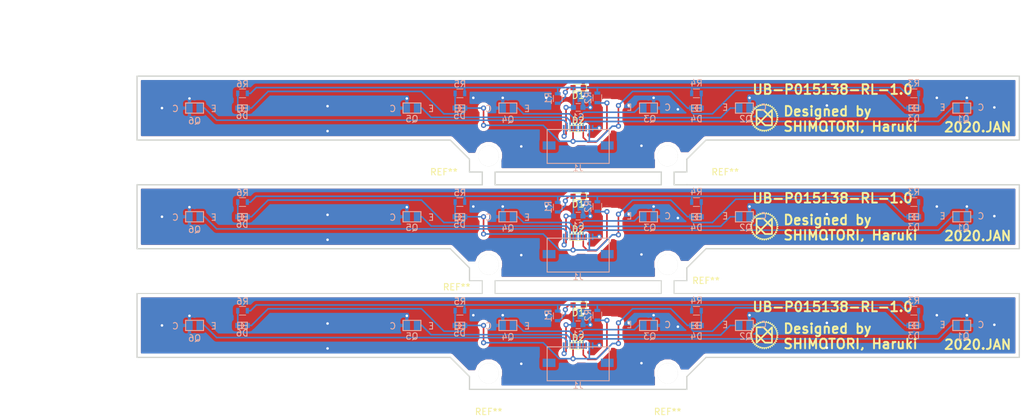
<source format=kicad_pcb>
(kicad_pcb (version 20171130) (host pcbnew "(5.0.0)")
  (layers (0 F.Cu signal) (31 B.Cu signal) (34 B.Paste user) (35 F.Paste user) (36 B.SilkS user) (37 F.SilkS user) (38 B.Mask user) (39 F.Mask user) (44 Edge.Cuts user))
  (net 0 "")
  (module Footprint:SIR19-21C (layer B.Cu) (at 133.25 119 180)
    (fp_text reference D5 (at 0.8 -1.2 180) (layer B.SilkS) (effects (justify mirror)))
    (fp_text value SIR19-21C)
    (pad 1 smd rect (at 0 0 180) (size 0.8 0.8) (layers B.Cu B.Paste B.Mask))
    (pad 2 smd rect (at 1.5 0 180) (size 0.8 0.8) (layers B.Cu B.Paste B.Mask))
  )
  (module LEDs:LED_0603 (layer F.Cu) (at 151 122.2)
    (fp_text reference D2 (at 0 -1.25) (layer F.SilkS))
    (fp_text value LED)
    (pad 2 smd rect (at 0.8 0 180) (size 0.8 0.8) (layers F.Cu F.Paste F.Mask))
    (pad 1 smd rect (at -0.8 0 180) (size 0.8 0.8) (layers F.Cu F.Paste F.Mask))
  )
  (module Capacitors_SMD:C_0603 (layer B.Cu) (at 151 118.9)
    (fp_text reference C1 (at 0 1.5) (layer B.SilkS) (effects (justify mirror)))
    (fp_text value 1u)
    (pad 2 smd rect (at 0.75 0) (size 0.8 0.75) (layers B.Cu B.Paste B.Mask))
    (pad 1 smd rect (at -0.75 0) (size 0.8 0.75) (layers B.Cu B.Paste B.Mask))
  )
  (module Footprint:SIR19-21C (layer B.Cu) (at 168.75 119)
    (fp_text reference D4 (at 0.75 1.7) (layer B.SilkS) (effects (justify mirror)))
    (fp_text value SIR19-21C)
    (pad 1 smd rect (at 0 0) (size 0.8 0.8) (layers B.Cu B.Paste B.Mask))
    (pad 2 smd rect (at 1.5 0) (size 0.8 0.8) (layers B.Cu B.Paste B.Mask))
  )
  (module Resistors_SMD:R_0603 (layer B.Cu) (at 169.5 116.7)
    (fp_text reference R4 (at 0 -1.6) (layer B.SilkS) (effects (justify mirror)))
    (fp_text value 100)
    (pad 2 smd rect (at 0.75 0) (size 0.5 0.9) (layers B.Cu B.Paste B.Mask))
    (pad 1 smd rect (at -0.75 0) (size 0.5 0.9) (layers B.Cu B.Paste B.Mask))
  )
  (module Resistors_SMD:R_0603 (layer B.Cu) (at 203.5 116.7)
    (fp_text reference R3 (at 0 -1.6) (layer B.SilkS) (effects (justify mirror)))
    (fp_text value 100)
    (pad 2 smd rect (at 0.75 0) (size 0.5 0.9) (layers B.Cu B.Paste B.Mask))
    (pad 1 smd rect (at -0.75 0) (size 0.5 0.9) (layers B.Cu B.Paste B.Mask))
  )
  (module Mounting_Holes:MountingHole_3.2mm_M3 (layer F.Cu) (at 165 126.5)
    (fp_text reference REF** (at 0 6) (layer F.SilkS))
    (fp_text value MountingHole_3.2mm_M3)
    (pad 1 np_thru_hole circle (at 0 0) (size 3.2 3.2) (drill 3.2) (layers *.Cu *.Mask))
  )
  (module Resistors_SMD:R_0603 (layer B.Cu) (at 147.8 117.5 270)
    (fp_text reference R1 (at 0 1.45 270) (layer B.SilkS) (effects (justify mirror)))
    (fp_text value 330)
    (pad 2 smd rect (at 0.75 0 270) (size 0.5 0.9) (layers B.Cu B.Paste B.Mask))
    (pad 1 smd rect (at -0.75 0 270) (size 0.5 0.9) (layers B.Cu B.Paste B.Mask))
  )
  (module Footprint:SIR19-21C (layer B.Cu) (at 99.25 119 180)
    (fp_text reference D6 (at 0.8 -1.2 180) (layer B.SilkS) (effects (justify mirror)))
    (fp_text value SIR19-21C)
    (pad 2 smd rect (at 1.5 0 180) (size 0.8 0.8) (layers B.Cu B.Paste B.Mask))
    (pad 1 smd rect (at 0 0 180) (size 0.8 0.8) (layers B.Cu B.Paste B.Mask))
  )
  (module LEDs:LED_0603 (layer F.Cu) (at 151 115.8 180)
    (fp_text reference D1 (at 0 -1.25 180) (layer F.SilkS))
    (fp_text value LED)
    (pad 1 smd rect (at -0.8 0) (size 0.8 0.8) (layers F.Cu F.Paste F.Mask))
    (pad 2 smd rect (at 0.8 0) (size 0.8 0.8) (layers F.Cu F.Paste F.Mask))
  )
  (module Footprint:SIR19-21C (layer B.Cu) (at 202.75 119)
    (fp_text reference D3 (at 0.75 1.6) (layer B.SilkS) (effects (justify mirror)))
    (fp_text value SIR19-21C)
    (pad 1 smd rect (at 0 0) (size 0.8 0.8) (layers B.Cu B.Paste B.Mask))
    (pad 2 smd rect (at 1.5 0) (size 0.8 0.8) (layers B.Cu B.Paste B.Mask))
  )
  (module Resistors_SMD:R_0603 (layer B.Cu) (at 98.5 116.7 180)
    (fp_text reference R6 (at 0 1.45 180) (layer B.SilkS) (effects (justify mirror)))
    (fp_text value 100)
    (pad 2 smd rect (at 0.75 0 180) (size 0.5 0.9) (layers B.Cu B.Paste B.Mask))
    (pad 1 smd rect (at -0.75 0 180) (size 0.5 0.9) (layers B.Cu B.Paste B.Mask))
  )
  (module Footprint:Molex_FFC_10 (layer B.Cu) (at 151 122.7 180)
    (fp_text reference J1 (at 0 -5.7 180) (layer B.SilkS) (effects (justify mirror)))
    (fp_text value FFC)
    (pad "" smd rect (at -4.55 -2.15 180) (size 2 1.3) (layers B.Cu B.Paste B.Mask))
    (pad "" smd rect (at 4.55 -2.15 180) (size 2 1.3) (layers B.Cu B.Paste B.Mask))
    (pad 10 smd rect (at -2.25 0.55 180) (size 0.3 1) (layers B.Cu B.Paste B.Mask))
    (pad 9 smd rect (at -1.75 0.55 180) (size 0.3 1) (layers B.Cu B.Paste B.Mask))
    (pad 8 smd rect (at -1.25 0.55 180) (size 0.3 1) (layers B.Cu B.Paste B.Mask))
    (pad 7 smd rect (at -0.75 0.55 180) (size 0.3 1) (layers B.Cu B.Paste B.Mask))
    (pad 6 smd rect (at -0.25 0.55 180) (size 0.3 1) (layers B.Cu B.Paste B.Mask))
    (pad 5 smd rect (at 0.25 0.55 180) (size 0.3 1) (layers B.Cu B.Paste B.Mask))
    (pad 4 smd rect (at 0.75 0.55 180) (size 0.3 1) (layers B.Cu B.Paste B.Mask))
    (pad 3 smd rect (at 1.25 0.55 180) (size 0.3 1) (layers B.Cu B.Paste B.Mask))
    (pad 2 smd rect (at 1.75 0.55 180) (size 0.3 1) (layers B.Cu B.Paste B.Mask))
    (pad 1 smd rect (at 2.25 0.55 180) (size 0.3 1) (layers B.Cu B.Paste B.Mask))
  )
  (module Resistors_SMD:R_0603 (layer B.Cu) (at 132.5 116.7 180)
    (fp_text reference R5 (at 0 1.45 180) (layer B.SilkS) (effects (justify mirror)))
    (fp_text value 100)
    (pad 2 smd rect (at 0.75 0 180) (size 0.5 0.9) (layers B.Cu B.Paste B.Mask))
    (pad 1 smd rect (at -0.75 0 180) (size 0.5 0.9) (layers B.Cu B.Paste B.Mask))
  )
  (module Resistors_SMD:R_0603 (layer B.Cu) (at 154 117.4 270)
    (fp_text reference R2 (at 0 1.45 270) (layer B.SilkS) (effects (justify mirror)))
    (fp_text value 330)
    (pad 1 smd rect (at -0.75 0 270) (size 0.5 0.9) (layers B.Cu B.Paste B.Mask))
    (pad 2 smd rect (at 0.75 0 270) (size 0.5 0.9) (layers B.Cu B.Paste B.Mask))
  )
  (module Footprint:TEMT7100X01 (layer B.Cu) (at 176.2 119)
    (fp_text reference Q2 (at 1 1.7) (layer B.SilkS) (effects (justify mirror)))
    (fp_text value TEMT7100X01)
    (fp_text user C (at 3.8 -0.1) (layer B.SilkS) (effects (justify mirror)))
    (fp_text user E (at -2.2 -0.1) (layer B.SilkS) (effects (justify mirror)))
    (pad 2 smd rect (at 1.6 0) (size 1 1.45) (layers B.Cu B.Paste B.Mask))
    (pad 1 smd rect (at 0 0) (size 1 1.45) (layers B.Cu B.Paste B.Mask))
  )
  (module Footprint:TEMT7100X01 (layer B.Cu) (at 91.8 119 180)
    (fp_text reference Q6 (at 0.8 -2 180) (layer B.SilkS) (effects (justify mirror)))
    (fp_text value TEMT7100X01)
    (fp_text user E (at -2.2 -0.1 180) (layer B.SilkS) (effects (justify mirror)))
    (fp_text user C (at 3.8 -0.1 180) (layer B.SilkS) (effects (justify mirror)))
    (pad 1 smd rect (at 0 0 180) (size 1 1.45) (layers B.Cu B.Paste B.Mask))
    (pad 2 smd rect (at 1.6 0 180) (size 1 1.45) (layers B.Cu B.Paste B.Mask))
  )
  (module Footprint:TEMT7100X01 (layer B.Cu) (at 210.2 119)
    (fp_text reference Q1 (at 1 1.7) (layer B.SilkS) (effects (justify mirror)))
    (fp_text value TEMT7100X01)
    (fp_text user E (at -2.2 -0.1) (layer B.SilkS) (effects (justify mirror)))
    (fp_text user C (at 3.8 -0.1) (layer B.SilkS) (effects (justify mirror)))
    (pad 1 smd rect (at 0 0) (size 1 1.45) (layers B.Cu B.Paste B.Mask))
    (pad 2 smd rect (at 1.6 0) (size 1 1.45) (layers B.Cu B.Paste B.Mask))
  )
  (module Footprint:TEMT7100X01 (layer B.Cu) (at 140.8 119 180)
    (fp_text reference Q4 (at 0.8 -1.8 180) (layer B.SilkS) (effects (justify mirror)))
    (fp_text value TEMT7100X01)
    (fp_text user E (at -2.2 -0.1 180) (layer B.SilkS) (effects (justify mirror)))
    (fp_text user C (at 3.8 -0.1 180) (layer B.SilkS) (effects (justify mirror)))
    (pad 1 smd rect (at 0 0 180) (size 1 1.45) (layers B.Cu B.Paste B.Mask))
    (pad 2 smd rect (at 1.6 0 180) (size 1 1.45) (layers B.Cu B.Paste B.Mask))
  )
  (module Mounting_Holes:MountingHole_3.2mm_M3 (layer F.Cu) (at 137 126.5)
    (fp_text reference REF** (at 0 6) (layer F.SilkS))
    (fp_text value MountingHole_3.2mm_M3)
    (pad 1 np_thru_hole circle (at 0 0) (size 3.2 3.2) (drill 3.2) (layers *.Cu *.Mask))
  )
  (module Footprint:TEMT7100X01 (layer B.Cu) (at 125.8 119 180)
    (fp_text reference Q5 (at 0.8 -1.7 180) (layer B.SilkS) (effects (justify mirror)))
    (fp_text value TEMT7100X01)
    (fp_text user C (at 3.8 -0.1 180) (layer B.SilkS) (effects (justify mirror)))
    (fp_text user E (at -2.2 -0.1 180) (layer B.SilkS) (effects (justify mirror)))
    (pad 2 smd rect (at 1.6 0 180) (size 1 1.45) (layers B.Cu B.Paste B.Mask))
    (pad 1 smd rect (at 0 0 180) (size 1 1.45) (layers B.Cu B.Paste B.Mask))
  )
  (module Footprint:TEMT7100X01 (layer B.Cu) (at 161.2 119)
    (fp_text reference Q3 (at 1 1.7) (layer B.SilkS) (effects (justify mirror)))
    (fp_text value TEMT7100X01)
    (fp_text user C (at 3.8 -0.1) (layer B.SilkS) (effects (justify mirror)))
    (fp_text user E (at -2.2 -0.1) (layer B.SilkS) (effects (justify mirror)))
    (pad 2 smd rect (at 1.6 0) (size 1 1.45) (layers B.Cu B.Paste B.Mask))
    (pad 1 smd rect (at 0 0) (size 1 1.45) (layers B.Cu B.Paste B.Mask))
  )
  (module sh:sh_3000 (layer F.Cu) (at 180.1 120.5)
    (fp_text reference G*** hide)
    (fp_text value LOGO hide)
  )
  (module Footprint:SIR19-21C (layer B.Cu) (at 133.25 102 180)
    (fp_text reference D5 (at 0.8 -1.2 180) (layer B.SilkS) (effects (justify mirror)))
    (fp_text value SIR19-21C)
    (pad 1 smd rect (at 0 0 180) (size 0.8 0.8) (layers B.Cu B.Paste B.Mask))
    (pad 2 smd rect (at 1.5 0 180) (size 0.8 0.8) (layers B.Cu B.Paste B.Mask))
  )
  (module LEDs:LED_0603 (layer F.Cu) (at 151 105.2)
    (fp_text reference D2 (at 0 -1.25) (layer F.SilkS))
    (fp_text value LED)
    (pad 2 smd rect (at 0.8 0 180) (size 0.8 0.8) (layers F.Cu F.Paste F.Mask))
    (pad 1 smd rect (at -0.8 0 180) (size 0.8 0.8) (layers F.Cu F.Paste F.Mask))
  )
  (module Capacitors_SMD:C_0603 (layer B.Cu) (at 151 101.9)
    (fp_text reference C1 (at 0 1.5) (layer B.SilkS) (effects (justify mirror)))
    (fp_text value 1u)
    (pad 2 smd rect (at 0.75 0) (size 0.8 0.75) (layers B.Cu B.Paste B.Mask))
    (pad 1 smd rect (at -0.75 0) (size 0.8 0.75) (layers B.Cu B.Paste B.Mask))
  )
  (module Footprint:SIR19-21C (layer B.Cu) (at 168.75 102)
    (fp_text reference D4 (at 0.75 1.7) (layer B.SilkS) (effects (justify mirror)))
    (fp_text value SIR19-21C)
    (pad 1 smd rect (at 0 0) (size 0.8 0.8) (layers B.Cu B.Paste B.Mask))
    (pad 2 smd rect (at 1.5 0) (size 0.8 0.8) (layers B.Cu B.Paste B.Mask))
  )
  (module Resistors_SMD:R_0603 (layer B.Cu) (at 169.5 99.7)
    (fp_text reference R4 (at 0 -1.6) (layer B.SilkS) (effects (justify mirror)))
    (fp_text value 100)
    (pad 2 smd rect (at 0.75 0) (size 0.5 0.9) (layers B.Cu B.Paste B.Mask))
    (pad 1 smd rect (at -0.75 0) (size 0.5 0.9) (layers B.Cu B.Paste B.Mask))
  )
  (module Resistors_SMD:R_0603 (layer B.Cu) (at 203.5 99.7)
    (fp_text reference R3 (at 0 -1.6) (layer B.SilkS) (effects (justify mirror)))
    (fp_text value 100)
    (pad 2 smd rect (at 0.75 0) (size 0.5 0.9) (layers B.Cu B.Paste B.Mask))
    (pad 1 smd rect (at -0.75 0) (size 0.5 0.9) (layers B.Cu B.Paste B.Mask))
  )
  (module Mounting_Holes:MountingHole_3.2mm_M3 (layer F.Cu) (at 165 109.5)
    (fp_text reference REF** (at 6 2.5) (layer F.SilkS))
    (fp_text value MountingHole_3.2mm_M3)
    (pad 1 np_thru_hole circle (at 0 0) (size 3.2 3.2) (drill 3.2) (layers *.Cu *.Mask))
  )
  (module Resistors_SMD:R_0603 (layer B.Cu) (at 147.8 100.5 270)
    (fp_text reference R1 (at 0 1.45 270) (layer B.SilkS) (effects (justify mirror)))
    (fp_text value 330)
    (pad 2 smd rect (at 0.75 0 270) (size 0.5 0.9) (layers B.Cu B.Paste B.Mask))
    (pad 1 smd rect (at -0.75 0 270) (size 0.5 0.9) (layers B.Cu B.Paste B.Mask))
  )
  (module Footprint:SIR19-21C (layer B.Cu) (at 99.25 102 180)
    (fp_text reference D6 (at 0.8 -1.2 180) (layer B.SilkS) (effects (justify mirror)))
    (fp_text value SIR19-21C)
    (pad 2 smd rect (at 1.5 0 180) (size 0.8 0.8) (layers B.Cu B.Paste B.Mask))
    (pad 1 smd rect (at 0 0 180) (size 0.8 0.8) (layers B.Cu B.Paste B.Mask))
  )
  (module LEDs:LED_0603 (layer F.Cu) (at 151 98.8 180)
    (fp_text reference D1 (at 0 -1.25 180) (layer F.SilkS))
    (fp_text value LED)
    (pad 1 smd rect (at -0.8 0) (size 0.8 0.8) (layers F.Cu F.Paste F.Mask))
    (pad 2 smd rect (at 0.8 0) (size 0.8 0.8) (layers F.Cu F.Paste F.Mask))
  )
  (module Footprint:SIR19-21C (layer B.Cu) (at 202.75 102)
    (fp_text reference D3 (at 0.75 1.6) (layer B.SilkS) (effects (justify mirror)))
    (fp_text value SIR19-21C)
    (pad 1 smd rect (at 0 0) (size 0.8 0.8) (layers B.Cu B.Paste B.Mask))
    (pad 2 smd rect (at 1.5 0) (size 0.8 0.8) (layers B.Cu B.Paste B.Mask))
  )
  (module Resistors_SMD:R_0603 (layer B.Cu) (at 98.5 99.7 180)
    (fp_text reference R6 (at 0 1.45 180) (layer B.SilkS) (effects (justify mirror)))
    (fp_text value 100)
    (pad 2 smd rect (at 0.75 0 180) (size 0.5 0.9) (layers B.Cu B.Paste B.Mask))
    (pad 1 smd rect (at -0.75 0 180) (size 0.5 0.9) (layers B.Cu B.Paste B.Mask))
  )
  (module Footprint:Molex_FFC_10 (layer B.Cu) (at 151 105.7 180)
    (fp_text reference J1 (at 0 -5.7 180) (layer B.SilkS) (effects (justify mirror)))
    (fp_text value FFC)
    (pad "" smd rect (at -4.55 -2.15 180) (size 2 1.3) (layers B.Cu B.Paste B.Mask))
    (pad "" smd rect (at 4.55 -2.15 180) (size 2 1.3) (layers B.Cu B.Paste B.Mask))
    (pad 10 smd rect (at -2.25 0.55 180) (size 0.3 1) (layers B.Cu B.Paste B.Mask))
    (pad 9 smd rect (at -1.75 0.55 180) (size 0.3 1) (layers B.Cu B.Paste B.Mask))
    (pad 8 smd rect (at -1.25 0.55 180) (size 0.3 1) (layers B.Cu B.Paste B.Mask))
    (pad 7 smd rect (at -0.75 0.55 180) (size 0.3 1) (layers B.Cu B.Paste B.Mask))
    (pad 6 smd rect (at -0.25 0.55 180) (size 0.3 1) (layers B.Cu B.Paste B.Mask))
    (pad 5 smd rect (at 0.25 0.55 180) (size 0.3 1) (layers B.Cu B.Paste B.Mask))
    (pad 4 smd rect (at 0.75 0.55 180) (size 0.3 1) (layers B.Cu B.Paste B.Mask))
    (pad 3 smd rect (at 1.25 0.55 180) (size 0.3 1) (layers B.Cu B.Paste B.Mask))
    (pad 2 smd rect (at 1.75 0.55 180) (size 0.3 1) (layers B.Cu B.Paste B.Mask))
    (pad 1 smd rect (at 2.25 0.55 180) (size 0.3 1) (layers B.Cu B.Paste B.Mask))
  )
  (module Resistors_SMD:R_0603 (layer B.Cu) (at 132.5 99.7 180)
    (fp_text reference R5 (at 0 1.45 180) (layer B.SilkS) (effects (justify mirror)))
    (fp_text value 100)
    (pad 2 smd rect (at 0.75 0 180) (size 0.5 0.9) (layers B.Cu B.Paste B.Mask))
    (pad 1 smd rect (at -0.75 0 180) (size 0.5 0.9) (layers B.Cu B.Paste B.Mask))
  )
  (module Resistors_SMD:R_0603 (layer B.Cu) (at 154 100.4 270)
    (fp_text reference R2 (at 0 1.45 270) (layer B.SilkS) (effects (justify mirror)))
    (fp_text value 330)
    (pad 1 smd rect (at -0.75 0 270) (size 0.5 0.9) (layers B.Cu B.Paste B.Mask))
    (pad 2 smd rect (at 0.75 0 270) (size 0.5 0.9) (layers B.Cu B.Paste B.Mask))
  )
  (module Footprint:TEMT7100X01 (layer B.Cu) (at 176.2 102)
    (fp_text reference Q2 (at 1 1.7) (layer B.SilkS) (effects (justify mirror)))
    (fp_text value TEMT7100X01)
    (fp_text user C (at 3.8 -0.1) (layer B.SilkS) (effects (justify mirror)))
    (fp_text user E (at -2.2 -0.1) (layer B.SilkS) (effects (justify mirror)))
    (pad 2 smd rect (at 1.6 0) (size 1 1.45) (layers B.Cu B.Paste B.Mask))
    (pad 1 smd rect (at 0 0) (size 1 1.45) (layers B.Cu B.Paste B.Mask))
  )
  (module Footprint:TEMT7100X01 (layer B.Cu) (at 91.8 102 180)
    (fp_text reference Q6 (at 0.8 -2 180) (layer B.SilkS) (effects (justify mirror)))
    (fp_text value TEMT7100X01)
    (fp_text user E (at -2.2 -0.1 180) (layer B.SilkS) (effects (justify mirror)))
    (fp_text user C (at 3.8 -0.1 180) (layer B.SilkS) (effects (justify mirror)))
    (pad 1 smd rect (at 0 0 180) (size 1 1.45) (layers B.Cu B.Paste B.Mask))
    (pad 2 smd rect (at 1.6 0 180) (size 1 1.45) (layers B.Cu B.Paste B.Mask))
  )
  (module Footprint:TEMT7100X01 (layer B.Cu) (at 210.2 102)
    (fp_text reference Q1 (at 1 1.7) (layer B.SilkS) (effects (justify mirror)))
    (fp_text value TEMT7100X01)
    (fp_text user E (at -2.2 -0.1) (layer B.SilkS) (effects (justify mirror)))
    (fp_text user C (at 3.8 -0.1) (layer B.SilkS) (effects (justify mirror)))
    (pad 1 smd rect (at 0 0) (size 1 1.45) (layers B.Cu B.Paste B.Mask))
    (pad 2 smd rect (at 1.6 0) (size 1 1.45) (layers B.Cu B.Paste B.Mask))
  )
  (module Footprint:TEMT7100X01 (layer B.Cu) (at 140.8 102 180)
    (fp_text reference Q4 (at 0.8 -1.8 180) (layer B.SilkS) (effects (justify mirror)))
    (fp_text value TEMT7100X01)
    (fp_text user E (at -2.2 -0.1 180) (layer B.SilkS) (effects (justify mirror)))
    (fp_text user C (at 3.8 -0.1 180) (layer B.SilkS) (effects (justify mirror)))
    (pad 1 smd rect (at 0 0 180) (size 1 1.45) (layers B.Cu B.Paste B.Mask))
    (pad 2 smd rect (at 1.6 0 180) (size 1 1.45) (layers B.Cu B.Paste B.Mask))
  )
  (module Mounting_Holes:MountingHole_3.2mm_M3 (layer F.Cu) (at 137 109.5)
    (fp_text reference REF** (at -5 3.5) (layer F.SilkS))
    (fp_text value MountingHole_3.2mm_M3)
    (pad 1 np_thru_hole circle (at 0 0) (size 3.2 3.2) (drill 3.2) (layers *.Cu *.Mask))
  )
  (module Footprint:TEMT7100X01 (layer B.Cu) (at 125.8 102 180)
    (fp_text reference Q5 (at 0.8 -1.7 180) (layer B.SilkS) (effects (justify mirror)))
    (fp_text value TEMT7100X01)
    (fp_text user C (at 3.8 -0.1 180) (layer B.SilkS) (effects (justify mirror)))
    (fp_text user E (at -2.2 -0.1 180) (layer B.SilkS) (effects (justify mirror)))
    (pad 2 smd rect (at 1.6 0 180) (size 1 1.45) (layers B.Cu B.Paste B.Mask))
    (pad 1 smd rect (at 0 0 180) (size 1 1.45) (layers B.Cu B.Paste B.Mask))
  )
  (module Footprint:TEMT7100X01 (layer B.Cu) (at 161.2 102)
    (fp_text reference Q3 (at 1 1.7) (layer B.SilkS) (effects (justify mirror)))
    (fp_text value TEMT7100X01)
    (fp_text user C (at 3.8 -0.1) (layer B.SilkS) (effects (justify mirror)))
    (fp_text user E (at -2.2 -0.1) (layer B.SilkS) (effects (justify mirror)))
    (pad 2 smd rect (at 1.6 0) (size 1 1.45) (layers B.Cu B.Paste B.Mask))
    (pad 1 smd rect (at 0 0) (size 1 1.45) (layers B.Cu B.Paste B.Mask))
  )
  (module sh:sh_3000 (layer F.Cu) (at 180.1 103.5)
    (fp_text reference G*** hide)
    (fp_text value LOGO hide)
  )
  (module Footprint:SIR19-21C (layer B.Cu) (at 133.25 85 180)
    (fp_text reference D5 (at 0.8 -1.2 180) (layer B.SilkS) (effects (justify mirror)))
    (fp_text value SIR19-21C)
    (pad 1 smd rect (at 0 0 180) (size 0.8 0.8) (layers B.Cu B.Paste B.Mask))
    (pad 2 smd rect (at 1.5 0 180) (size 0.8 0.8) (layers B.Cu B.Paste B.Mask))
  )
  (module LEDs:LED_0603 (layer F.Cu) (at 151 88.2)
    (fp_text reference D2 (at 0 -1.25) (layer F.SilkS))
    (fp_text value LED)
    (pad 2 smd rect (at 0.8 0 180) (size 0.8 0.8) (layers F.Cu F.Paste F.Mask))
    (pad 1 smd rect (at -0.8 0 180) (size 0.8 0.8) (layers F.Cu F.Paste F.Mask))
  )
  (module Capacitors_SMD:C_0603 (layer B.Cu) (at 151 84.9)
    (fp_text reference C1 (at 0 1.5) (layer B.SilkS) (effects (justify mirror)))
    (fp_text value 1u)
    (pad 2 smd rect (at 0.75 0) (size 0.8 0.75) (layers B.Cu B.Paste B.Mask))
    (pad 1 smd rect (at -0.75 0) (size 0.8 0.75) (layers B.Cu B.Paste B.Mask))
  )
  (module Footprint:SIR19-21C (layer B.Cu) (at 168.75 85)
    (fp_text reference D4 (at 0.75 1.7) (layer B.SilkS) (effects (justify mirror)))
    (fp_text value SIR19-21C)
    (pad 1 smd rect (at 0 0) (size 0.8 0.8) (layers B.Cu B.Paste B.Mask))
    (pad 2 smd rect (at 1.5 0) (size 0.8 0.8) (layers B.Cu B.Paste B.Mask))
  )
  (module Resistors_SMD:R_0603 (layer B.Cu) (at 169.5 82.7)
    (fp_text reference R4 (at 0 -1.6) (layer B.SilkS) (effects (justify mirror)))
    (fp_text value 100)
    (pad 2 smd rect (at 0.75 0) (size 0.5 0.9) (layers B.Cu B.Paste B.Mask))
    (pad 1 smd rect (at -0.75 0) (size 0.5 0.9) (layers B.Cu B.Paste B.Mask))
  )
  (module Resistors_SMD:R_0603 (layer B.Cu) (at 203.5 82.7)
    (fp_text reference R3 (at 0 -1.6) (layer B.SilkS) (effects (justify mirror)))
    (fp_text value 100)
    (pad 2 smd rect (at 0.75 0) (size 0.5 0.9) (layers B.Cu B.Paste B.Mask))
    (pad 1 smd rect (at -0.75 0) (size 0.5 0.9) (layers B.Cu B.Paste B.Mask))
  )
  (module Mounting_Holes:MountingHole_3.2mm_M3 (layer F.Cu) (at 165 92.5)
    (fp_text reference REF** (at 9 2.5) (layer F.SilkS))
    (fp_text value MountingHole_3.2mm_M3)
    (pad 1 np_thru_hole circle (at 0 0) (size 3.2 3.2) (drill 3.2) (layers *.Cu *.Mask))
  )
  (module Resistors_SMD:R_0603 (layer B.Cu) (at 147.8 83.5 270)
    (fp_text reference R1 (at 0 1.45 270) (layer B.SilkS) (effects (justify mirror)))
    (fp_text value 330)
    (pad 2 smd rect (at 0.75 0 270) (size 0.5 0.9) (layers B.Cu B.Paste B.Mask))
    (pad 1 smd rect (at -0.75 0 270) (size 0.5 0.9) (layers B.Cu B.Paste B.Mask))
  )
  (module Footprint:SIR19-21C (layer B.Cu) (at 99.25 85 180)
    (fp_text reference D6 (at 0.8 -1.2 180) (layer B.SilkS) (effects (justify mirror)))
    (fp_text value SIR19-21C)
    (pad 2 smd rect (at 1.5 0 180) (size 0.8 0.8) (layers B.Cu B.Paste B.Mask))
    (pad 1 smd rect (at 0 0 180) (size 0.8 0.8) (layers B.Cu B.Paste B.Mask))
  )
  (module LEDs:LED_0603 (layer F.Cu) (at 151 81.8 180)
    (fp_text reference D1 (at 0 -1.25 180) (layer F.SilkS))
    (fp_text value LED)
    (pad 1 smd rect (at -0.8 0) (size 0.8 0.8) (layers F.Cu F.Paste F.Mask))
    (pad 2 smd rect (at 0.8 0) (size 0.8 0.8) (layers F.Cu F.Paste F.Mask))
  )
  (module Footprint:SIR19-21C (layer B.Cu) (at 202.75 85)
    (fp_text reference D3 (at 0.75 1.6) (layer B.SilkS) (effects (justify mirror)))
    (fp_text value SIR19-21C)
    (pad 1 smd rect (at 0 0) (size 0.8 0.8) (layers B.Cu B.Paste B.Mask))
    (pad 2 smd rect (at 1.5 0) (size 0.8 0.8) (layers B.Cu B.Paste B.Mask))
  )
  (module Resistors_SMD:R_0603 (layer B.Cu) (at 98.5 82.7 180)
    (fp_text reference R6 (at 0 1.45 180) (layer B.SilkS) (effects (justify mirror)))
    (fp_text value 100)
    (pad 2 smd rect (at 0.75 0 180) (size 0.5 0.9) (layers B.Cu B.Paste B.Mask))
    (pad 1 smd rect (at -0.75 0 180) (size 0.5 0.9) (layers B.Cu B.Paste B.Mask))
  )
  (module Footprint:Molex_FFC_10 (layer B.Cu) (at 151 88.7 180)
    (fp_text reference J1 (at 0 -5.7 180) (layer B.SilkS) (effects (justify mirror)))
    (fp_text value FFC)
    (pad "" smd rect (at -4.55 -2.15 180) (size 2 1.3) (layers B.Cu B.Paste B.Mask))
    (pad "" smd rect (at 4.55 -2.15 180) (size 2 1.3) (layers B.Cu B.Paste B.Mask))
    (pad 10 smd rect (at -2.25 0.55 180) (size 0.3 1) (layers B.Cu B.Paste B.Mask))
    (pad 9 smd rect (at -1.75 0.55 180) (size 0.3 1) (layers B.Cu B.Paste B.Mask))
    (pad 8 smd rect (at -1.25 0.55 180) (size 0.3 1) (layers B.Cu B.Paste B.Mask))
    (pad 7 smd rect (at -0.75 0.55 180) (size 0.3 1) (layers B.Cu B.Paste B.Mask))
    (pad 6 smd rect (at -0.25 0.55 180) (size 0.3 1) (layers B.Cu B.Paste B.Mask))
    (pad 5 smd rect (at 0.25 0.55 180) (size 0.3 1) (layers B.Cu B.Paste B.Mask))
    (pad 4 smd rect (at 0.75 0.55 180) (size 0.3 1) (layers B.Cu B.Paste B.Mask))
    (pad 3 smd rect (at 1.25 0.55 180) (size 0.3 1) (layers B.Cu B.Paste B.Mask))
    (pad 2 smd rect (at 1.75 0.55 180) (size 0.3 1) (layers B.Cu B.Paste B.Mask))
    (pad 1 smd rect (at 2.25 0.55 180) (size 0.3 1) (layers B.Cu B.Paste B.Mask))
  )
  (module Resistors_SMD:R_0603 (layer B.Cu) (at 132.5 82.7 180)
    (fp_text reference R5 (at 0 1.45 180) (layer B.SilkS) (effects (justify mirror)))
    (fp_text value 100)
    (pad 2 smd rect (at 0.75 0 180) (size 0.5 0.9) (layers B.Cu B.Paste B.Mask))
    (pad 1 smd rect (at -0.75 0 180) (size 0.5 0.9) (layers B.Cu B.Paste B.Mask))
  )
  (module Resistors_SMD:R_0603 (layer B.Cu) (at 154 83.4 270)
    (fp_text reference R2 (at 0 1.45 270) (layer B.SilkS) (effects (justify mirror)))
    (fp_text value 330)
    (pad 1 smd rect (at -0.75 0 270) (size 0.5 0.9) (layers B.Cu B.Paste B.Mask))
    (pad 2 smd rect (at 0.75 0 270) (size 0.5 0.9) (layers B.Cu B.Paste B.Mask))
  )
  (module Footprint:TEMT7100X01 (layer B.Cu) (at 176.2 85)
    (fp_text reference Q2 (at 1 1.7) (layer B.SilkS) (effects (justify mirror)))
    (fp_text value TEMT7100X01)
    (fp_text user C (at 3.8 -0.1) (layer B.SilkS) (effects (justify mirror)))
    (fp_text user E (at -2.2 -0.1) (layer B.SilkS) (effects (justify mirror)))
    (pad 2 smd rect (at 1.6 0) (size 1 1.45) (layers B.Cu B.Paste B.Mask))
    (pad 1 smd rect (at 0 0) (size 1 1.45) (layers B.Cu B.Paste B.Mask))
  )
  (module Footprint:TEMT7100X01 (layer B.Cu) (at 91.8 85 180)
    (fp_text reference Q6 (at 0.8 -2 180) (layer B.SilkS) (effects (justify mirror)))
    (fp_text value TEMT7100X01)
    (fp_text user E (at -2.2 -0.1 180) (layer B.SilkS) (effects (justify mirror)))
    (fp_text user C (at 3.8 -0.1 180) (layer B.SilkS) (effects (justify mirror)))
    (pad 1 smd rect (at 0 0 180) (size 1 1.45) (layers B.Cu B.Paste B.Mask))
    (pad 2 smd rect (at 1.6 0 180) (size 1 1.45) (layers B.Cu B.Paste B.Mask))
  )
  (module Footprint:TEMT7100X01 (layer B.Cu) (at 210.2 85)
    (fp_text reference Q1 (at 1 1.7) (layer B.SilkS) (effects (justify mirror)))
    (fp_text value TEMT7100X01)
    (fp_text user E (at -2.2 -0.1) (layer B.SilkS) (effects (justify mirror)))
    (fp_text user C (at 3.8 -0.1) (layer B.SilkS) (effects (justify mirror)))
    (pad 1 smd rect (at 0 0) (size 1 1.45) (layers B.Cu B.Paste B.Mask))
    (pad 2 smd rect (at 1.6 0) (size 1 1.45) (layers B.Cu B.Paste B.Mask))
  )
  (module Footprint:TEMT7100X01 (layer B.Cu) (at 140.8 85 180)
    (fp_text reference Q4 (at 0.8 -1.8 180) (layer B.SilkS) (effects (justify mirror)))
    (fp_text value TEMT7100X01)
    (fp_text user E (at -2.2 -0.1 180) (layer B.SilkS) (effects (justify mirror)))
    (fp_text user C (at 3.8 -0.1 180) (layer B.SilkS) (effects (justify mirror)))
    (pad 1 smd rect (at 0 0 180) (size 1 1.45) (layers B.Cu B.Paste B.Mask))
    (pad 2 smd rect (at 1.6 0 180) (size 1 1.45) (layers B.Cu B.Paste B.Mask))
  )
  (module Mounting_Holes:MountingHole_3.2mm_M3 (layer F.Cu) (at 137 92.5)
    (fp_text reference REF** (at -7 2.5) (layer F.SilkS))
    (fp_text value MountingHole_3.2mm_M3)
    (pad 1 np_thru_hole circle (at 0 0) (size 3.2 3.2) (drill 3.2) (layers *.Cu *.Mask))
  )
  (module Footprint:TEMT7100X01 (layer B.Cu) (at 125.8 85 180)
    (fp_text reference Q5 (at 0.8 -1.7 180) (layer B.SilkS) (effects (justify mirror)))
    (fp_text value TEMT7100X01)
    (fp_text user C (at 3.8 -0.1 180) (layer B.SilkS) (effects (justify mirror)))
    (fp_text user E (at -2.2 -0.1 180) (layer B.SilkS) (effects (justify mirror)))
    (pad 2 smd rect (at 1.6 0 180) (size 1 1.45) (layers B.Cu B.Paste B.Mask))
    (pad 1 smd rect (at 0 0 180) (size 1 1.45) (layers B.Cu B.Paste B.Mask))
  )
  (module Footprint:TEMT7100X01 (layer B.Cu) (at 161.2 85)
    (fp_text reference Q3 (at 1 1.7) (layer B.SilkS) (effects (justify mirror)))
    (fp_text value TEMT7100X01)
    (fp_text user C (at 3.8 -0.1) (layer B.SilkS) (effects (justify mirror)))
    (fp_text user E (at -2.2 -0.1) (layer B.SilkS) (effects (justify mirror)))
    (pad 2 smd rect (at 1.6 0) (size 1 1.45) (layers B.Cu B.Paste B.Mask))
    (pad 1 smd rect (at 0 0) (size 1 1.45) (layers B.Cu B.Paste B.Mask))
  )
  (module sh:sh_3000 (layer F.Cu) (at 180.1 86.5)
    (fp_text reference G*** hide)
    (fp_text value LOGO hide)
  )
  (gr_line (start 166 114) (end 220 114) (layer Edge.Cuts) (width 0.15))
  (gr_line (start 166 112) (end 166 114) (layer Edge.Cuts) (width 0.15))
  (gr_line (start 168 112) (end 166 112) (layer Edge.Cuts) (width 0.15))
  (gr_line (start 164 112) (end 138 112) (layer Edge.Cuts) (width 0.15))
  (gr_line (start 164 114) (end 164 112) (layer Edge.Cuts) (width 0.15))
  (gr_line (start 138 114) (end 164 114) (layer Edge.Cuts) (width 0.15))
  (gr_line (start 138 112) (end 138 114) (layer Edge.Cuts) (width 0.15))
  (gr_line (start 136 114) (end 82 114) (layer Edge.Cuts) (width 0.15))
  (gr_line (start 136 112) (end 136 114) (layer Edge.Cuts) (width 0.15))
  (gr_line (start 134 112) (end 136 112) (layer Edge.Cuts) (width 0.15))
  (gr_line (start 168 97) (end 220 97) (layer Edge.Cuts) (width 0.2))
  (gr_line (start 166 97) (end 168 97) (layer Edge.Cuts) (width 0.2))
  (gr_line (start 166 95) (end 166 97) (layer Edge.Cuts) (width 0.2))
  (gr_line (start 168 95) (end 166 95) (layer Edge.Cuts) (width 0.2))
  (gr_line (start 164 95) (end 138 95) (layer Edge.Cuts) (width 0.2))
  (gr_line (start 164 97) (end 164 95) (layer Edge.Cuts) (width 0.2))
  (gr_line (start 138 97) (end 164 97) (layer Edge.Cuts) (width 0.2))
  (gr_line (start 138 95) (end 138 97) (layer Edge.Cuts) (width 0.2))
  (gr_line (start 136 97) (end 82 97) (layer Edge.Cuts) (width 0.2))
  (gr_line (start 136 95) (end 136 97) (layer Edge.Cuts) (width 0.2))
  (gr_line (start 134 95) (end 136 95) (layer Edge.Cuts) (width 0.2))
  (gr_text "SHIMOTORI, Haruki" (at 193.6 121.9) (layer F.SilkS) (effects (font (size 1.5 1.5) (thickness 0.3))))
  (gr_text "Designed by\n" (at 190 119.5) (layer F.SilkS) (effects (font (size 1.5 1.5) (thickness 0.3))))
  (gr_text UB-P015138-RL-1.0 (at 190.8 116.1) (layer F.SilkS) (effects (font (size 1.5 1.5) (thickness 0.3))))
  (gr_text 2020.JAN (at 213.5 122) (layer F.SilkS) (effects (font (size 1.5 1.5) (thickness 0.3))))
  (gr_circle (center 137 126.500504) (end 138.5 126.500504) (layer Edge.Cuts) (width 0.2))
  (gr_line (start 134 129) (end 168 129) (layer Edge.Cuts) (width 0.2))
  (gr_line (start 220 114) (end 220 124) (layer Edge.Cuts) (width 0.2))
  (gr_line (start 171 124) (end 220 124) (layer Edge.Cuts) (width 0.2))
  (gr_line (start 82 124) (end 131 124) (layer Edge.Cuts) (width 0.2))
  (gr_line (start 82 124) (end 82 114) (layer Edge.Cuts) (width 0.2))
  (gr_circle (center 165 126.500504) (end 166.5 126.500504) (layer Edge.Cuts) (width 0.2))
  (gr_line (start 134 127) (end 134 129) (layer Edge.Cuts) (width 0.2))
  (gr_line (start 134 127) (end 131 124) (layer Edge.Cuts) (width 0.2))
  (gr_line (start 171 124) (end 168 127) (layer Edge.Cuts) (width 0.2))
  (gr_line (start 168 129) (end 168 127) (layer Edge.Cuts) (width 0.2))
  (gr_text "SHIMOTORI, Haruki" (at 193.6 104.9) (layer F.SilkS) (effects (font (size 1.5 1.5) (thickness 0.3))))
  (gr_text "Designed by\n" (at 190 102.5) (layer F.SilkS) (effects (font (size 1.5 1.5) (thickness 0.3))))
  (gr_text UB-P015138-RL-1.0 (at 190.8 99.1) (layer F.SilkS) (effects (font (size 1.5 1.5) (thickness 0.3))))
  (gr_text 2020.JAN (at 213.5 105) (layer F.SilkS) (effects (font (size 1.5 1.5) (thickness 0.3))))
  (gr_circle (center 137 109.500504) (end 138.5 109.500504) (layer Edge.Cuts) (width 0.2))
  (gr_line (start 220 97) (end 220 107) (layer Edge.Cuts) (width 0.2))
  (gr_line (start 171 107) (end 220 107) (layer Edge.Cuts) (width 0.2))
  (gr_line (start 82 107) (end 131 107) (layer Edge.Cuts) (width 0.2))
  (gr_line (start 82 107) (end 82 97) (layer Edge.Cuts) (width 0.2))
  (gr_circle (center 165 109.500504) (end 166.5 109.500504) (layer Edge.Cuts) (width 0.2))
  (gr_line (start 134 110) (end 134 112) (layer Edge.Cuts) (width 0.2))
  (gr_line (start 134 110) (end 131 107) (layer Edge.Cuts) (width 0.2))
  (gr_line (start 171 107) (end 168 110) (layer Edge.Cuts) (width 0.2))
  (gr_line (start 168 112) (end 168 110) (layer Edge.Cuts) (width 0.2))
  (gr_text "SHIMOTORI, Haruki" (at 193.6 87.9) (layer F.SilkS) (effects (font (size 1.5 1.5) (thickness 0.3))))
  (gr_text "Designed by\n" (at 190 85.5) (layer F.SilkS) (effects (font (size 1.5 1.5) (thickness 0.3))))
  (gr_text UB-P015138-RL-1.0 (at 190.8 82.1) (layer F.SilkS) (effects (font (size 1.5 1.5) (thickness 0.3))))
  (gr_text 2020.JAN (at 213.5 88) (layer F.SilkS) (effects (font (size 1.5 1.5) (thickness 0.3))))
  (gr_circle (center 137 92.500504) (end 138.5 92.500504) (layer Edge.Cuts) (width 0.2))
  (gr_line (start 220 80) (end 220 90) (layer Edge.Cuts) (width 0.2))
  (gr_line (start 171 90) (end 220 90) (layer Edge.Cuts) (width 0.2))
  (gr_line (start 82 90) (end 131 90) (layer Edge.Cuts) (width 0.2))
  (gr_line (start 82 90) (end 82 80) (layer Edge.Cuts) (width 0.2))
  (gr_circle (center 165 92.500504) (end 166.5 92.500504) (layer Edge.Cuts) (width 0.2))
  (gr_line (start 134 93) (end 134 95) (layer Edge.Cuts) (width 0.2))
  (gr_line (start 134 93) (end 131 90) (layer Edge.Cuts) (width 0.2))
  (gr_line (start 220 80) (end 82 80) (layer Edge.Cuts) (width 0.2))
  (gr_line (start 171 90) (end 168 93) (layer Edge.Cuts) (width 0.2))
  (gr_line (start 168 95) (end 168 93) (layer Edge.Cuts) (width 0.2))
  (via (at 149.1 84.9) (size 0.8) (drill 0.4) (layers F.Cu B.Cu) (net 0))
  (via (at 148.8 89.400008) (size 0.8) (drill 0.4) (layers F.Cu B.Cu) (net 0))
  (segment (start 150.25 81.85) (end 150.2 81.8) (width 0.25) (layer B.Cu) (net 0))
  (segment (start 150.25 84.9) (end 150.25 81.85) (width 0.25) (layer B.Cu) (net 0))
  (segment (start 147.8 81.8) (end 148.3 81.8) (width 0.25) (layer B.Cu) (net 0))
  (segment (start 100.65 81.8) (end 133.05 81.8) (width 0.25) (layer B.Cu) (net 0))
  (segment (start 99.75 82.7) (end 100.65 81.8) (width 0.25) (layer B.Cu) (net 0))
  (segment (start 133.05 81.8) (end 133.3 81.8) (width 0.25) (layer B.Cu) (net 0))
  (segment (start 201.35 81.8) (end 202.25 82.7) (width 0.25) (layer B.Cu) (net 0))
  (segment (start 155.85 81.8) (end 168.8 81.8) (width 0.25) (layer B.Cu) (net 0))
  (segment (start 150.7 81.8) (end 154 81.8) (width 0.25) (layer B.Cu) (net 0))
  (segment (start 150.2 81.8) (end 150.7 81.8) (width 0.25) (layer B.Cu) (net 0))
  (segment (start 148.3 81.8) (end 150.2 81.8) (width 0.25) (layer B.Cu) (net 0))
  (segment (start 147.8 82.75) (end 147.8 81.8) (width 0.25) (layer B.Cu) (net 0))
  (segment (start 133.25 81.85) (end 133.3 81.8) (width 0.25) (layer B.Cu) (net 0))
  (segment (start 99.25 82.7) (end 99.75 82.7) (width 0.25) (layer B.Cu) (net 0))
  (segment (start 133.25 82.7) (end 133.25 81.85) (width 0.25) (layer B.Cu) (net 0))
  (segment (start 133.3 81.8) (end 147.8 81.8) (width 0.25) (layer B.Cu) (net 0))
  (segment (start 155.9 81.8) (end 154 81.8) (width 0.25) (layer B.Cu) (net 0))
  (segment (start 168.8 81.8) (end 201.35 81.8) (width 0.25) (layer B.Cu) (net 0))
  (segment (start 202.25 82.7) (end 202.75 82.7) (width 0.25) (layer B.Cu) (net 0))
  (segment (start 168.75 81.85) (end 168.8 81.8) (width 0.25) (layer B.Cu) (net 0))
  (segment (start 168.75 82.7) (end 168.75 81.85) (width 0.25) (layer B.Cu) (net 0))
  (segment (start 147.9 82.65) (end 147.8 82.75) (width 0.25) (layer B.Cu) (net 0))
  (segment (start 148.75 88.15) (end 148.75 89.350008) (width 0.25) (layer B.Cu) (net 0))
  (segment (start 150.25 84.9) (end 149.1 84.9) (width 0.25) (layer B.Cu) (net 0))
  (segment (start 168.75 82.7) (end 168.75 82.5) (width 0.25) (layer B.Cu) (net 0))
  (segment (start 148.75 89.350008) (end 148.8 89.400008) (width 0.25) (layer B.Cu) (net 0))
  (segment (start 149.1 84.9) (end 149.1 89.100008) (width 0.25) (layer F.Cu) (net 0))
  (segment (start 149.1 89.100008) (end 148.8 89.400008) (width 0.25) (layer F.Cu) (net 0))
  (segment (start 154 82.15) (end 154 81.8) (width 0.25) (layer B.Cu) (net 0))
  (segment (start 154 82.65) (end 154 82.15) (width 0.25) (layer B.Cu) (net 0))
  (via (at 124.2 83.5) (size 0.8) (drill 0.4) (layers F.Cu B.Cu) (net 0))
  (via (at 111.8 84.7) (size 0.8) (drill 0.4) (layers F.Cu B.Cu) (net 0))
  (via (at 158.9 84.6) (size 0.8) (drill 0.4) (layers F.Cu B.Cu) (net 0))
  (via (at 189.9 84.6) (size 0.8) (drill 0.4) (layers F.Cu B.Cu) (net 0))
  (via (at 177.8 83.4) (size 0.8) (drill 0.4) (layers F.Cu B.Cu) (net 0))
  (via (at 216.1 84.9) (size 0.8) (drill 0.4) (layers F.Cu B.Cu) (net 0))
  (via (at 152.899998 84.9) (size 0.8) (drill 0.4) (layers F.Cu B.Cu) (net 0))
  (via (at 207.1 83.4) (size 0.8) (drill 0.4) (layers F.Cu B.Cu) (net 0))
  (via (at 211.8 83.4) (size 0.8) (drill 0.4) (layers F.Cu B.Cu) (net 0))
  (via (at 166.6 85.2) (size 0.8) (drill 0.4) (layers F.Cu B.Cu) (net 0))
  (via (at 134.6 83.4) (size 0.8) (drill 0.4) (layers F.Cu B.Cu) (net 0))
  (via (at 162.8 83.4) (size 0.8) (drill 0.4) (layers F.Cu B.Cu) (net 0))
  (via (at 85.9 85) (size 0.8) (drill 0.4) (layers F.Cu B.Cu) (net 0))
  (via (at 189.9 88.5) (size 0.8) (drill 0.4) (layers F.Cu B.Cu) (net 0))
  (via (at 146 83.4) (size 0.8) (drill 0.4) (layers F.Cu B.Cu) (net 0))
  (via (at 160.9 90.9) (size 0.8) (drill 0.4) (layers F.Cu B.Cu) (net 0))
  (via (at 154.3 88.1) (size 0.8) (drill 0.4) (layers F.Cu B.Cu) (net 0))
  (via (at 139.2 83.4) (size 0.8) (drill 0.4) (layers F.Cu B.Cu) (net 0))
  (via (at 90.2 83.5) (size 0.8) (drill 0.4) (layers F.Cu B.Cu) (net 0))
  (via (at 142.1 91) (size 0.8) (drill 0.4) (layers F.Cu B.Cu) (net 0))
  (via (at 151.8 83.2) (size 0.8) (drill 0.4) (layers F.Cu B.Cu) (net 0))
  (via (at 111.8 88.6) (size 0.8) (drill 0.4) (layers F.Cu B.Cu) (net 0))
  (segment (start 151.75 84.9) (end 152.899998 84.9) (width 0.25) (layer B.Cu) (net 0))
  (segment (start 162.8 83.4) (end 162.8 85) (width 0.25) (layer B.Cu) (net 0))
  (segment (start 162.8 83.4) (end 177.8 83.4) (width 0.25) (layer F.Cu) (net 0))
  (segment (start 177.8 83.4) (end 177.8 85) (width 0.25) (layer B.Cu) (net 0))
  (segment (start 153.900001 87.700001) (end 154.3 88.1) (width 0.25) (layer F.Cu) (net 0))
  (segment (start 152.899998 86.699998) (end 153.900001 87.700001) (width 0.25) (layer F.Cu) (net 0))
  (segment (start 146 83.4) (end 139.2 83.4) (width 0.25) (layer F.Cu) (net 0))
  (segment (start 154.25 88.15) (end 154.3 88.1) (width 0.25) (layer B.Cu) (net 0))
  (segment (start 139.2 83.4) (end 139.2 85) (width 0.25) (layer B.Cu) (net 0))
  (segment (start 151.8 83.4) (end 146 83.4) (width 0.25) (layer F.Cu) (net 0))
  (segment (start 152.899998 84.9) (end 152.899998 86.699998) (width 0.25) (layer F.Cu) (net 0))
  (segment (start 177.8 83.4) (end 207.1 83.4) (width 0.25) (layer F.Cu) (net 0))
  (segment (start 154.399998 83.4) (end 162.8 83.4) (width 0.25) (layer F.Cu) (net 0))
  (segment (start 139.2 83.4) (end 134.6 83.4) (width 0.25) (layer F.Cu) (net 0))
  (segment (start 124.2 83.5) (end 124.2 85) (width 0.25) (layer B.Cu) (net 0))
  (segment (start 152.899998 84.9) (end 152.899998 83.4) (width 0.25) (layer F.Cu) (net 0))
  (segment (start 151.8 82.45) (end 151.8 83.2) (width 0.25) (layer F.Cu) (net 0))
  (segment (start 151.8 81.8) (end 151.8 82.45) (width 0.25) (layer F.Cu) (net 0))
  (segment (start 152.899998 83.4) (end 154.399998 83.4) (width 0.25) (layer F.Cu) (net 0))
  (segment (start 154.399998 83.4) (end 151.8 83.4) (width 0.25) (layer F.Cu) (net 0))
  (segment (start 151.8 83.2) (end 151.8 83.4) (width 0.25) (layer F.Cu) (net 0))
  (segment (start 153.25 88.15) (end 154.25 88.15) (width 0.25) (layer B.Cu) (net 0))
  (segment (start 134.6 83.4) (end 124.3 83.4) (width 0.25) (layer F.Cu) (net 0))
  (segment (start 211.8 83.4) (end 211.8 85) (width 0.25) (layer B.Cu) (net 0))
  (segment (start 124.3 83.4) (end 124.2 83.5) (width 0.25) (layer F.Cu) (net 0))
  (segment (start 207.1 83.4) (end 211.8 83.4) (width 0.25) (layer F.Cu) (net 0))
  (segment (start 124.2 83.5) (end 90.2 83.5) (width 0.25) (layer F.Cu) (net 0))
  (segment (start 90.2 83.5) (end 90.2 85) (width 0.25) (layer B.Cu) (net 0))
  (via (at 149 82.52501) (size 0.8) (drill 0.4) (layers F.Cu B.Cu) (net 0))
  (segment (start 149 83.25) (end 149 83.090695) (width 0.25) (layer B.Cu) (net 0))
  (segment (start 149.55 81.8) (end 149 82.35) (width 0.25) (layer F.Cu) (net 0))
  (segment (start 149 83.090695) (end 149 82.52501) (width 0.25) (layer B.Cu) (net 0))
  (segment (start 150.2 81.8) (end 149.55 81.8) (width 0.25) (layer F.Cu) (net 0))
  (segment (start 147.8 84.25) (end 148 84.25) (width 0.25) (layer B.Cu) (net 0))
  (segment (start 149 82.35) (end 149 82.52501) (width 0.25) (layer F.Cu) (net 0))
  (segment (start 148 84.25) (end 149 83.25) (width 0.25) (layer B.Cu) (net 0))
  (via (at 136.2 85) (size 0.8) (drill 0.4) (layers F.Cu B.Cu) (net 0))
  (via (at 136.2 87.7) (size 0.8) (drill 0.4) (layers F.Cu B.Cu) (net 0))
  (via (at 157.3 84.6) (size 0.8) (drill 0.4) (layers F.Cu B.Cu) (net 0))
  (via (at 157.3 87.82501) (size 0.8) (drill 0.4) (layers F.Cu B.Cu) (net 0))
  (via (at 150.2 90.2) (size 0.8) (drill 0.4) (layers F.Cu B.Cu) (net 0))
  (segment (start 172 85.9) (end 175.649989 82.250011) (width 0.25) (layer B.Cu) (net 0))
  (segment (start 169 85.9) (end 172 85.9) (width 0.25) (layer B.Cu) (net 0))
  (segment (start 157.3 84.6) (end 159.5 82.4) (width 0.25) (layer B.Cu) (net 0))
  (segment (start 152.75 90.15) (end 152.7 90.2) (width 0.25) (layer B.Cu) (net 0))
  (segment (start 150.2 90.2) (end 148.035002 90.2) (width 0.25) (layer B.Cu) (net 0))
  (segment (start 157.3 84.6) (end 157.3 87.82501) (width 0.25) (layer F.Cu) (net 0))
  (segment (start 130 85.9) (end 126.5 82.4) (width 0.25) (layer B.Cu) (net 0))
  (segment (start 153.964998 90.2) (end 156.339988 87.82501) (width 0.25) (layer B.Cu) (net 0))
  (segment (start 136.2 85) (end 133.25 85) (width 0.25) (layer B.Cu) (net 0))
  (segment (start 168.1 85) (end 168.75 85) (width 0.25) (layer B.Cu) (net 0))
  (segment (start 156.339988 87.82501) (end 156.734315 87.82501) (width 0.25) (layer B.Cu) (net 0))
  (segment (start 175.649989 82.250011) (end 199.350011 82.250011) (width 0.25) (layer B.Cu) (net 0))
  (segment (start 168.75 85) (end 168.75 85.65) (width 0.25) (layer B.Cu) (net 0))
  (segment (start 165.5 82.4) (end 168.1 85) (width 0.25) (layer B.Cu) (net 0))
  (segment (start 136.2 87.7) (end 136.2 85) (width 0.25) (layer F.Cu) (net 0))
  (segment (start 152.75 88.15) (end 152.75 90.15) (width 0.25) (layer B.Cu) (net 0))
  (segment (start 156.734315 87.82501) (end 157.3 87.82501) (width 0.25) (layer B.Cu) (net 0))
  (segment (start 152.7 90.2) (end 153.964998 90.2) (width 0.25) (layer B.Cu) (net 0))
  (segment (start 145.535002 87.7) (end 136.2 87.7) (width 0.25) (layer B.Cu) (net 0))
  (segment (start 168.75 85.65) (end 169 85.9) (width 0.25) (layer B.Cu) (net 0))
  (segment (start 133.25 85.65) (end 133 85.9) (width 0.25) (layer B.Cu) (net 0))
  (segment (start 148.035002 90.2) (end 145.535002 87.7) (width 0.25) (layer B.Cu) (net 0))
  (segment (start 102.5 82.4) (end 99.9 85) (width 0.25) (layer B.Cu) (net 0))
  (segment (start 133 85.9) (end 130 85.9) (width 0.25) (layer B.Cu) (net 0))
  (segment (start 126.5 82.4) (end 102.5 82.4) (width 0.25) (layer B.Cu) (net 0))
  (segment (start 150.2 88.2) (end 150.2 90.2) (width 0.25) (layer F.Cu) (net 0))
  (segment (start 159.5 82.4) (end 165.5 82.4) (width 0.25) (layer B.Cu) (net 0))
  (segment (start 152.400001 90.2) (end 150.2 90.2) (width 0.25) (layer B.Cu) (net 0))
  (segment (start 99.9 85) (end 99.25 85) (width 0.25) (layer B.Cu) (net 0))
  (segment (start 152.7 90.2) (end 152.400001 90.2) (width 0.25) (layer B.Cu) (net 0))
  (segment (start 199.350011 82.250011) (end 202.1 85) (width 0.25) (layer B.Cu) (net 0))
  (segment (start 202.1 85) (end 202.75 85) (width 0.25) (layer B.Cu) (net 0))
  (segment (start 133.25 85) (end 133.25 85.65) (width 0.25) (layer B.Cu) (net 0))
  (via (at 155.5 84.2) (size 0.8) (drill 0.4) (layers F.Cu B.Cu) (net 0))
  (segment (start 153.8 90.3) (end 155.5 88.6) (width 0.25) (layer F.Cu) (net 0))
  (segment (start 154.05 84.2) (end 154 84.15) (width 0.25) (layer B.Cu) (net 0))
  (segment (start 151.8 88.2) (end 151.8 89.6) (width 0.25) (layer F.Cu) (net 0))
  (segment (start 153.6 90.3) (end 153.8 90.3) (width 0.25) (layer F.Cu) (net 0))
  (segment (start 155.5 88.6) (end 155.5 84.2) (width 0.25) (layer F.Cu) (net 0))
  (segment (start 155.5 84.2) (end 154.05 84.2) (width 0.25) (layer B.Cu) (net 0))
  (segment (start 151.8 89.6) (end 152.5 90.3) (width 0.25) (layer F.Cu) (net 0))
  (segment (start 152.5 90.3) (end 153.6 90.3) (width 0.25) (layer F.Cu) (net 0))
  (segment (start 204.25 82.7) (end 204.25 85) (width 0.25) (layer B.Cu) (net 0))
  (segment (start 170.25 82.7) (end 170.25 85) (width 0.25) (layer B.Cu) (net 0))
  (segment (start 131.75 82.7) (end 131.75 85) (width 0.25) (layer B.Cu) (net 0))
  (segment (start 97.75 82.7) (end 97.75 85) (width 0.25) (layer B.Cu) (net 0))
  (segment (start 94.45 86.9) (end 131.727178 86.9) (width 0.25) (layer B.Cu) (net 0))
  (segment (start 91.8 85) (end 92.55 85) (width 0.25) (layer B.Cu) (net 0))
  (segment (start 131.727178 86.9) (end 131.7272 86.900022) (width 0.25) (layer B.Cu) (net 0))
  (segment (start 133.2728 86.900022) (end 133.272822 86.9) (width 0.25) (layer B.Cu) (net 0))
  (segment (start 133.272822 86.9) (end 148.75 86.9) (width 0.25) (layer B.Cu) (net 0))
  (segment (start 148.75 86.9) (end 149.25 87.4) (width 0.25) (layer B.Cu) (net 0))
  (segment (start 131.7272 86.900022) (end 133.2728 86.900022) (width 0.25) (layer B.Cu) (net 0))
  (segment (start 149.25 87.4) (end 149.25 88.15) (width 0.25) (layer B.Cu) (net 0))
  (segment (start 92.55 85) (end 94.45 86.9) (width 0.25) (layer B.Cu) (net 0))
  (segment (start 151.75 87.4) (end 151.75 88.15) (width 0.25) (layer B.Cu) (net 0))
  (segment (start 152.05 87.1) (end 151.75 87.4) (width 0.25) (layer B.Cu) (net 0))
  (segment (start 207.35 87.1) (end 152.05 87.1) (width 0.25) (layer B.Cu) (net 0))
  (segment (start 210.2 85) (end 209.45 85) (width 0.25) (layer B.Cu) (net 0))
  (segment (start 209.45 85) (end 207.35 87.1) (width 0.25) (layer B.Cu) (net 0))
  (segment (start 141.55 85) (end 142.45 85.9) (width 0.25) (layer B.Cu) (net 0))
  (segment (start 140.8 85) (end 141.55 85) (width 0.25) (layer B.Cu) (net 0))
  (segment (start 149.63641 85.9) (end 150.25 86.51359) (width 0.25) (layer B.Cu) (net 0))
  (segment (start 150.25 86.51359) (end 150.25 87.4) (width 0.25) (layer B.Cu) (net 0))
  (segment (start 142.45 85.9) (end 149.63641 85.9) (width 0.25) (layer B.Cu) (net 0))
  (segment (start 150.25 87.4) (end 150.25 88.15) (width 0.25) (layer B.Cu) (net 0))
  (segment (start 151.9 86.5) (end 151.250031 87.149969) (width 0.25) (layer B.Cu) (net 0))
  (segment (start 176.2 85) (end 174.8 85) (width 0.25) (layer B.Cu) (net 0))
  (segment (start 151.250031 87.399969) (end 151.25 87.4) (width 0.25) (layer B.Cu) (net 0))
  (segment (start 151.25 87.4) (end 151.25 88.15) (width 0.25) (layer B.Cu) (net 0))
  (segment (start 174.8 85) (end 173.3 86.5) (width 0.25) (layer B.Cu) (net 0))
  (segment (start 151.250031 87.149969) (end 151.250031 87.399969) (width 0.25) (layer B.Cu) (net 0))
  (segment (start 173.3 86.5) (end 151.9 86.5) (width 0.25) (layer B.Cu) (net 0))
  (segment (start 149.1864 86.449989) (end 149.75 87.013589) (width 0.25) (layer B.Cu) (net 0))
  (segment (start 149.75 87.013589) (end 149.75 87.4) (width 0.25) (layer B.Cu) (net 0))
  (segment (start 125.8 85) (end 126.55 85) (width 0.25) (layer B.Cu) (net 0))
  (segment (start 149.75 87.4) (end 149.75 88.15) (width 0.25) (layer B.Cu) (net 0))
  (segment (start 126.55 85) (end 127.999989 86.449989) (width 0.25) (layer B.Cu) (net 0))
  (segment (start 127.999989 86.449989) (end 149.1864 86.449989) (width 0.25) (layer B.Cu) (net 0))
  (segment (start 161.2 85) (end 160.45 85) (width 0.25) (layer B.Cu) (net 0))
  (segment (start 150.75 87.322821) (end 150.75 87.4) (width 0.25) (layer B.Cu) (net 0))
  (segment (start 151.913622 85.649967) (end 150.80002 86.763569) (width 0.25) (layer B.Cu) (net 0))
  (segment (start 160.45 85) (end 159.800033 85.649967) (width 0.25) (layer B.Cu) (net 0))
  (segment (start 150.75 87.4) (end 150.75 88.15) (width 0.25) (layer B.Cu) (net 0))
  (segment (start 159.800033 85.649967) (end 151.913622 85.649967) (width 0.25) (layer B.Cu) (net 0))
  (segment (start 150.80002 86.763569) (end 150.80002 87.272801) (width 0.25) (layer B.Cu) (net 0))
  (segment (start 150.80002 87.272801) (end 150.75 87.322821) (width 0.25) (layer B.Cu) (net 0))
  (via (at 149.1 101.9) (size 0.8) (drill 0.4) (layers F.Cu B.Cu) (net 0))
  (via (at 148.8 106.400008) (size 0.8) (drill 0.4) (layers F.Cu B.Cu) (net 0))
  (segment (start 150.25 98.85) (end 150.2 98.8) (width 0.25) (layer B.Cu) (net 0))
  (segment (start 150.25 101.9) (end 150.25 98.85) (width 0.25) (layer B.Cu) (net 0))
  (segment (start 147.8 98.8) (end 148.3 98.8) (width 0.25) (layer B.Cu) (net 0))
  (segment (start 100.65 98.8) (end 133.05 98.8) (width 0.25) (layer B.Cu) (net 0))
  (segment (start 99.75 99.7) (end 100.65 98.8) (width 0.25) (layer B.Cu) (net 0))
  (segment (start 133.05 98.8) (end 133.3 98.8) (width 0.25) (layer B.Cu) (net 0))
  (segment (start 201.35 98.8) (end 202.25 99.7) (width 0.25) (layer B.Cu) (net 0))
  (segment (start 155.85 98.8) (end 168.8 98.8) (width 0.25) (layer B.Cu) (net 0))
  (segment (start 150.7 98.8) (end 154 98.8) (width 0.25) (layer B.Cu) (net 0))
  (segment (start 150.2 98.8) (end 150.7 98.8) (width 0.25) (layer B.Cu) (net 0))
  (segment (start 148.3 98.8) (end 150.2 98.8) (width 0.25) (layer B.Cu) (net 0))
  (segment (start 147.8 99.75) (end 147.8 98.8) (width 0.25) (layer B.Cu) (net 0))
  (segment (start 133.25 98.85) (end 133.3 98.8) (width 0.25) (layer B.Cu) (net 0))
  (segment (start 99.25 99.7) (end 99.75 99.7) (width 0.25) (layer B.Cu) (net 0))
  (segment (start 133.25 99.7) (end 133.25 98.85) (width 0.25) (layer B.Cu) (net 0))
  (segment (start 133.3 98.8) (end 147.8 98.8) (width 0.25) (layer B.Cu) (net 0))
  (segment (start 155.9 98.8) (end 154 98.8) (width 0.25) (layer B.Cu) (net 0))
  (segment (start 168.8 98.8) (end 201.35 98.8) (width 0.25) (layer B.Cu) (net 0))
  (segment (start 202.25 99.7) (end 202.75 99.7) (width 0.25) (layer B.Cu) (net 0))
  (segment (start 168.75 98.85) (end 168.8 98.8) (width 0.25) (layer B.Cu) (net 0))
  (segment (start 168.75 99.7) (end 168.75 98.85) (width 0.25) (layer B.Cu) (net 0))
  (segment (start 147.9 99.65) (end 147.8 99.75) (width 0.25) (layer B.Cu) (net 0))
  (segment (start 148.75 105.15) (end 148.75 106.350008) (width 0.25) (layer B.Cu) (net 0))
  (segment (start 150.25 101.9) (end 149.1 101.9) (width 0.25) (layer B.Cu) (net 0))
  (segment (start 168.75 99.7) (end 168.75 99.5) (width 0.25) (layer B.Cu) (net 0))
  (segment (start 148.75 106.350008) (end 148.8 106.400008) (width 0.25) (layer B.Cu) (net 0))
  (segment (start 149.1 101.9) (end 149.1 106.100008) (width 0.25) (layer F.Cu) (net 0))
  (segment (start 149.1 106.100008) (end 148.8 106.400008) (width 0.25) (layer F.Cu) (net 0))
  (segment (start 154 99.15) (end 154 98.8) (width 0.25) (layer B.Cu) (net 0))
  (segment (start 154 99.65) (end 154 99.15) (width 0.25) (layer B.Cu) (net 0))
  (via (at 124.2 100.5) (size 0.8) (drill 0.4) (layers F.Cu B.Cu) (net 0))
  (via (at 111.8 101.7) (size 0.8) (drill 0.4) (layers F.Cu B.Cu) (net 0))
  (via (at 158.9 101.6) (size 0.8) (drill 0.4) (layers F.Cu B.Cu) (net 0))
  (via (at 189.9 101.6) (size 0.8) (drill 0.4) (layers F.Cu B.Cu) (net 0))
  (via (at 177.8 100.4) (size 0.8) (drill 0.4) (layers F.Cu B.Cu) (net 0))
  (via (at 216.1 101.9) (size 0.8) (drill 0.4) (layers F.Cu B.Cu) (net 0))
  (via (at 152.899998 101.9) (size 0.8) (drill 0.4) (layers F.Cu B.Cu) (net 0))
  (via (at 207.1 100.4) (size 0.8) (drill 0.4) (layers F.Cu B.Cu) (net 0))
  (via (at 211.8 100.4) (size 0.8) (drill 0.4) (layers F.Cu B.Cu) (net 0))
  (via (at 166.6 102.2) (size 0.8) (drill 0.4) (layers F.Cu B.Cu) (net 0))
  (via (at 134.6 100.4) (size 0.8) (drill 0.4) (layers F.Cu B.Cu) (net 0))
  (via (at 162.8 100.4) (size 0.8) (drill 0.4) (layers F.Cu B.Cu) (net 0))
  (via (at 85.9 102) (size 0.8) (drill 0.4) (layers F.Cu B.Cu) (net 0))
  (via (at 189.9 105.5) (size 0.8) (drill 0.4) (layers F.Cu B.Cu) (net 0))
  (via (at 146 100.4) (size 0.8) (drill 0.4) (layers F.Cu B.Cu) (net 0))
  (via (at 160.9 107.9) (size 0.8) (drill 0.4) (layers F.Cu B.Cu) (net 0))
  (via (at 154.3 105.1) (size 0.8) (drill 0.4) (layers F.Cu B.Cu) (net 0))
  (via (at 139.2 100.4) (size 0.8) (drill 0.4) (layers F.Cu B.Cu) (net 0))
  (via (at 90.2 100.5) (size 0.8) (drill 0.4) (layers F.Cu B.Cu) (net 0))
  (via (at 142.1 108) (size 0.8) (drill 0.4) (layers F.Cu B.Cu) (net 0))
  (via (at 151.8 100.2) (size 0.8) (drill 0.4) (layers F.Cu B.Cu) (net 0))
  (via (at 111.8 105.6) (size 0.8) (drill 0.4) (layers F.Cu B.Cu) (net 0))
  (segment (start 151.75 101.9) (end 152.899998 101.9) (width 0.25) (layer B.Cu) (net 0))
  (segment (start 162.8 100.4) (end 162.8 102) (width 0.25) (layer B.Cu) (net 0))
  (segment (start 162.8 100.4) (end 177.8 100.4) (width 0.25) (layer F.Cu) (net 0))
  (segment (start 177.8 100.4) (end 177.8 102) (width 0.25) (layer B.Cu) (net 0))
  (segment (start 153.900001 104.700001) (end 154.3 105.1) (width 0.25) (layer F.Cu) (net 0))
  (segment (start 152.899998 103.699998) (end 153.900001 104.700001) (width 0.25) (layer F.Cu) (net 0))
  (segment (start 146 100.4) (end 139.2 100.4) (width 0.25) (layer F.Cu) (net 0))
  (segment (start 154.25 105.15) (end 154.3 105.1) (width 0.25) (layer B.Cu) (net 0))
  (segment (start 139.2 100.4) (end 139.2 102) (width 0.25) (layer B.Cu) (net 0))
  (segment (start 151.8 100.4) (end 146 100.4) (width 0.25) (layer F.Cu) (net 0))
  (segment (start 152.899998 101.9) (end 152.899998 103.699998) (width 0.25) (layer F.Cu) (net 0))
  (segment (start 177.8 100.4) (end 207.1 100.4) (width 0.25) (layer F.Cu) (net 0))
  (segment (start 154.399998 100.4) (end 162.8 100.4) (width 0.25) (layer F.Cu) (net 0))
  (segment (start 139.2 100.4) (end 134.6 100.4) (width 0.25) (layer F.Cu) (net 0))
  (segment (start 124.2 100.5) (end 124.2 102) (width 0.25) (layer B.Cu) (net 0))
  (segment (start 152.899998 101.9) (end 152.899998 100.4) (width 0.25) (layer F.Cu) (net 0))
  (segment (start 151.8 99.45) (end 151.8 100.2) (width 0.25) (layer F.Cu) (net 0))
  (segment (start 151.8 98.8) (end 151.8 99.45) (width 0.25) (layer F.Cu) (net 0))
  (segment (start 152.899998 100.4) (end 154.399998 100.4) (width 0.25) (layer F.Cu) (net 0))
  (segment (start 154.399998 100.4) (end 151.8 100.4) (width 0.25) (layer F.Cu) (net 0))
  (segment (start 151.8 100.2) (end 151.8 100.4) (width 0.25) (layer F.Cu) (net 0))
  (segment (start 153.25 105.15) (end 154.25 105.15) (width 0.25) (layer B.Cu) (net 0))
  (segment (start 134.6 100.4) (end 124.3 100.4) (width 0.25) (layer F.Cu) (net 0))
  (segment (start 211.8 100.4) (end 211.8 102) (width 0.25) (layer B.Cu) (net 0))
  (segment (start 124.3 100.4) (end 124.2 100.5) (width 0.25) (layer F.Cu) (net 0))
  (segment (start 207.1 100.4) (end 211.8 100.4) (width 0.25) (layer F.Cu) (net 0))
  (segment (start 124.2 100.5) (end 90.2 100.5) (width 0.25) (layer F.Cu) (net 0))
  (segment (start 90.2 100.5) (end 90.2 102) (width 0.25) (layer B.Cu) (net 0))
  (via (at 149 99.52501) (size 0.8) (drill 0.4) (layers F.Cu B.Cu) (net 0))
  (segment (start 149 100.25) (end 149 100.090695) (width 0.25) (layer B.Cu) (net 0))
  (segment (start 149.55 98.8) (end 149 99.35) (width 0.25) (layer F.Cu) (net 0))
  (segment (start 149 100.090695) (end 149 99.52501) (width 0.25) (layer B.Cu) (net 0))
  (segment (start 150.2 98.8) (end 149.55 98.8) (width 0.25) (layer F.Cu) (net 0))
  (segment (start 147.8 101.25) (end 148 101.25) (width 0.25) (layer B.Cu) (net 0))
  (segment (start 149 99.35) (end 149 99.52501) (width 0.25) (layer F.Cu) (net 0))
  (segment (start 148 101.25) (end 149 100.25) (width 0.25) (layer B.Cu) (net 0))
  (via (at 136.2 102) (size 0.8) (drill 0.4) (layers F.Cu B.Cu) (net 0))
  (via (at 136.2 104.7) (size 0.8) (drill 0.4) (layers F.Cu B.Cu) (net 0))
  (via (at 157.3 101.6) (size 0.8) (drill 0.4) (layers F.Cu B.Cu) (net 0))
  (via (at 157.3 104.82501) (size 0.8) (drill 0.4) (layers F.Cu B.Cu) (net 0))
  (via (at 150.2 107.2) (size 0.8) (drill 0.4) (layers F.Cu B.Cu) (net 0))
  (segment (start 172 102.9) (end 175.649989 99.250011) (width 0.25) (layer B.Cu) (net 0))
  (segment (start 169 102.9) (end 172 102.9) (width 0.25) (layer B.Cu) (net 0))
  (segment (start 157.3 101.6) (end 159.5 99.4) (width 0.25) (layer B.Cu) (net 0))
  (segment (start 152.75 107.15) (end 152.7 107.2) (width 0.25) (layer B.Cu) (net 0))
  (segment (start 150.2 107.2) (end 148.035002 107.2) (width 0.25) (layer B.Cu) (net 0))
  (segment (start 157.3 101.6) (end 157.3 104.82501) (width 0.25) (layer F.Cu) (net 0))
  (segment (start 130 102.9) (end 126.5 99.4) (width 0.25) (layer B.Cu) (net 0))
  (segment (start 153.964998 107.2) (end 156.339988 104.82501) (width 0.25) (layer B.Cu) (net 0))
  (segment (start 136.2 102) (end 133.25 102) (width 0.25) (layer B.Cu) (net 0))
  (segment (start 168.1 102) (end 168.75 102) (width 0.25) (layer B.Cu) (net 0))
  (segment (start 156.339988 104.82501) (end 156.734315 104.82501) (width 0.25) (layer B.Cu) (net 0))
  (segment (start 175.649989 99.250011) (end 199.350011 99.250011) (width 0.25) (layer B.Cu) (net 0))
  (segment (start 168.75 102) (end 168.75 102.65) (width 0.25) (layer B.Cu) (net 0))
  (segment (start 165.5 99.4) (end 168.1 102) (width 0.25) (layer B.Cu) (net 0))
  (segment (start 136.2 104.7) (end 136.2 102) (width 0.25) (layer F.Cu) (net 0))
  (segment (start 152.75 105.15) (end 152.75 107.15) (width 0.25) (layer B.Cu) (net 0))
  (segment (start 156.734315 104.82501) (end 157.3 104.82501) (width 0.25) (layer B.Cu) (net 0))
  (segment (start 152.7 107.2) (end 153.964998 107.2) (width 0.25) (layer B.Cu) (net 0))
  (segment (start 145.535002 104.7) (end 136.2 104.7) (width 0.25) (layer B.Cu) (net 0))
  (segment (start 168.75 102.65) (end 169 102.9) (width 0.25) (layer B.Cu) (net 0))
  (segment (start 133.25 102.65) (end 133 102.9) (width 0.25) (layer B.Cu) (net 0))
  (segment (start 148.035002 107.2) (end 145.535002 104.7) (width 0.25) (layer B.Cu) (net 0))
  (segment (start 102.5 99.4) (end 99.9 102) (width 0.25) (layer B.Cu) (net 0))
  (segment (start 133 102.9) (end 130 102.9) (width 0.25) (layer B.Cu) (net 0))
  (segment (start 126.5 99.4) (end 102.5 99.4) (width 0.25) (layer B.Cu) (net 0))
  (segment (start 150.2 105.2) (end 150.2 107.2) (width 0.25) (layer F.Cu) (net 0))
  (segment (start 159.5 99.4) (end 165.5 99.4) (width 0.25) (layer B.Cu) (net 0))
  (segment (start 152.400001 107.2) (end 150.2 107.2) (width 0.25) (layer B.Cu) (net 0))
  (segment (start 99.9 102) (end 99.25 102) (width 0.25) (layer B.Cu) (net 0))
  (segment (start 152.7 107.2) (end 152.400001 107.2) (width 0.25) (layer B.Cu) (net 0))
  (segment (start 199.350011 99.250011) (end 202.1 102) (width 0.25) (layer B.Cu) (net 0))
  (segment (start 202.1 102) (end 202.75 102) (width 0.25) (layer B.Cu) (net 0))
  (segment (start 133.25 102) (end 133.25 102.65) (width 0.25) (layer B.Cu) (net 0))
  (via (at 155.5 101.2) (size 0.8) (drill 0.4) (layers F.Cu B.Cu) (net 0))
  (segment (start 153.8 107.3) (end 155.5 105.6) (width 0.25) (layer F.Cu) (net 0))
  (segment (start 154.05 101.2) (end 154 101.15) (width 0.25) (layer B.Cu) (net 0))
  (segment (start 151.8 105.2) (end 151.8 106.6) (width 0.25) (layer F.Cu) (net 0))
  (segment (start 153.6 107.3) (end 153.8 107.3) (width 0.25) (layer F.Cu) (net 0))
  (segment (start 155.5 105.6) (end 155.5 101.2) (width 0.25) (layer F.Cu) (net 0))
  (segment (start 155.5 101.2) (end 154.05 101.2) (width 0.25) (layer B.Cu) (net 0))
  (segment (start 151.8 106.6) (end 152.5 107.3) (width 0.25) (layer F.Cu) (net 0))
  (segment (start 152.5 107.3) (end 153.6 107.3) (width 0.25) (layer F.Cu) (net 0))
  (segment (start 204.25 99.7) (end 204.25 102) (width 0.25) (layer B.Cu) (net 0))
  (segment (start 170.25 99.7) (end 170.25 102) (width 0.25) (layer B.Cu) (net 0))
  (segment (start 131.75 99.7) (end 131.75 102) (width 0.25) (layer B.Cu) (net 0))
  (segment (start 97.75 99.7) (end 97.75 102) (width 0.25) (layer B.Cu) (net 0))
  (segment (start 94.45 103.9) (end 131.727178 103.9) (width 0.25) (layer B.Cu) (net 0))
  (segment (start 91.8 102) (end 92.55 102) (width 0.25) (layer B.Cu) (net 0))
  (segment (start 131.727178 103.9) (end 131.7272 103.900022) (width 0.25) (layer B.Cu) (net 0))
  (segment (start 133.2728 103.900022) (end 133.272822 103.9) (width 0.25) (layer B.Cu) (net 0))
  (segment (start 133.272822 103.9) (end 148.75 103.9) (width 0.25) (layer B.Cu) (net 0))
  (segment (start 148.75 103.9) (end 149.25 104.4) (width 0.25) (layer B.Cu) (net 0))
  (segment (start 131.7272 103.900022) (end 133.2728 103.900022) (width 0.25) (layer B.Cu) (net 0))
  (segment (start 149.25 104.4) (end 149.25 105.15) (width 0.25) (layer B.Cu) (net 0))
  (segment (start 92.55 102) (end 94.45 103.9) (width 0.25) (layer B.Cu) (net 0))
  (segment (start 151.75 104.4) (end 151.75 105.15) (width 0.25) (layer B.Cu) (net 0))
  (segment (start 152.05 104.1) (end 151.75 104.4) (width 0.25) (layer B.Cu) (net 0))
  (segment (start 207.35 104.1) (end 152.05 104.1) (width 0.25) (layer B.Cu) (net 0))
  (segment (start 210.2 102) (end 209.45 102) (width 0.25) (layer B.Cu) (net 0))
  (segment (start 209.45 102) (end 207.35 104.1) (width 0.25) (layer B.Cu) (net 0))
  (segment (start 141.55 102) (end 142.45 102.9) (width 0.25) (layer B.Cu) (net 0))
  (segment (start 140.8 102) (end 141.55 102) (width 0.25) (layer B.Cu) (net 0))
  (segment (start 149.63641 102.9) (end 150.25 103.51359) (width 0.25) (layer B.Cu) (net 0))
  (segment (start 150.25 103.51359) (end 150.25 104.4) (width 0.25) (layer B.Cu) (net 0))
  (segment (start 142.45 102.9) (end 149.63641 102.9) (width 0.25) (layer B.Cu) (net 0))
  (segment (start 150.25 104.4) (end 150.25 105.15) (width 0.25) (layer B.Cu) (net 0))
  (segment (start 151.9 103.5) (end 151.250031 104.149969) (width 0.25) (layer B.Cu) (net 0))
  (segment (start 176.2 102) (end 174.8 102) (width 0.25) (layer B.Cu) (net 0))
  (segment (start 151.250031 104.399969) (end 151.25 104.4) (width 0.25) (layer B.Cu) (net 0))
  (segment (start 151.25 104.4) (end 151.25 105.15) (width 0.25) (layer B.Cu) (net 0))
  (segment (start 174.8 102) (end 173.3 103.5) (width 0.25) (layer B.Cu) (net 0))
  (segment (start 151.250031 104.149969) (end 151.250031 104.399969) (width 0.25) (layer B.Cu) (net 0))
  (segment (start 173.3 103.5) (end 151.9 103.5) (width 0.25) (layer B.Cu) (net 0))
  (segment (start 149.1864 103.449989) (end 149.75 104.013589) (width 0.25) (layer B.Cu) (net 0))
  (segment (start 149.75 104.013589) (end 149.75 104.4) (width 0.25) (layer B.Cu) (net 0))
  (segment (start 125.8 102) (end 126.55 102) (width 0.25) (layer B.Cu) (net 0))
  (segment (start 149.75 104.4) (end 149.75 105.15) (width 0.25) (layer B.Cu) (net 0))
  (segment (start 126.55 102) (end 127.999989 103.449989) (width 0.25) (layer B.Cu) (net 0))
  (segment (start 127.999989 103.449989) (end 149.1864 103.449989) (width 0.25) (layer B.Cu) (net 0))
  (segment (start 161.2 102) (end 160.45 102) (width 0.25) (layer B.Cu) (net 0))
  (segment (start 150.75 104.322821) (end 150.75 104.4) (width 0.25) (layer B.Cu) (net 0))
  (segment (start 151.913622 102.649967) (end 150.80002 103.763569) (width 0.25) (layer B.Cu) (net 0))
  (segment (start 160.45 102) (end 159.800033 102.649967) (width 0.25) (layer B.Cu) (net 0))
  (segment (start 150.75 104.4) (end 150.75 105.15) (width 0.25) (layer B.Cu) (net 0))
  (segment (start 159.800033 102.649967) (end 151.913622 102.649967) (width 0.25) (layer B.Cu) (net 0))
  (segment (start 150.80002 103.763569) (end 150.80002 104.272801) (width 0.25) (layer B.Cu) (net 0))
  (segment (start 150.80002 104.272801) (end 150.75 104.322821) (width 0.25) (layer B.Cu) (net 0))
  (via (at 149.1 118.9) (size 0.8) (drill 0.4) (layers F.Cu B.Cu) (net 0))
  (via (at 148.8 123.400008) (size 0.8) (drill 0.4) (layers F.Cu B.Cu) (net 0))
  (segment (start 150.25 115.85) (end 150.2 115.8) (width 0.25) (layer B.Cu) (net 0))
  (segment (start 150.25 118.9) (end 150.25 115.85) (width 0.25) (layer B.Cu) (net 0))
  (segment (start 147.8 115.8) (end 148.3 115.8) (width 0.25) (layer B.Cu) (net 0))
  (segment (start 100.65 115.8) (end 133.05 115.8) (width 0.25) (layer B.Cu) (net 0))
  (segment (start 99.75 116.7) (end 100.65 115.8) (width 0.25) (layer B.Cu) (net 0))
  (segment (start 133.05 115.8) (end 133.3 115.8) (width 0.25) (layer B.Cu) (net 0))
  (segment (start 201.35 115.8) (end 202.25 116.7) (width 0.25) (layer B.Cu) (net 0))
  (segment (start 155.85 115.8) (end 168.8 115.8) (width 0.25) (layer B.Cu) (net 0))
  (segment (start 150.7 115.8) (end 154 115.8) (width 0.25) (layer B.Cu) (net 0))
  (segment (start 150.2 115.8) (end 150.7 115.8) (width 0.25) (layer B.Cu) (net 0))
  (segment (start 148.3 115.8) (end 150.2 115.8) (width 0.25) (layer B.Cu) (net 0))
  (segment (start 147.8 116.75) (end 147.8 115.8) (width 0.25) (layer B.Cu) (net 0))
  (segment (start 133.25 115.85) (end 133.3 115.8) (width 0.25) (layer B.Cu) (net 0))
  (segment (start 99.25 116.7) (end 99.75 116.7) (width 0.25) (layer B.Cu) (net 0))
  (segment (start 133.25 116.7) (end 133.25 115.85) (width 0.25) (layer B.Cu) (net 0))
  (segment (start 133.3 115.8) (end 147.8 115.8) (width 0.25) (layer B.Cu) (net 0))
  (segment (start 155.9 115.8) (end 154 115.8) (width 0.25) (layer B.Cu) (net 0))
  (segment (start 168.8 115.8) (end 201.35 115.8) (width 0.25) (layer B.Cu) (net 0))
  (segment (start 202.25 116.7) (end 202.75 116.7) (width 0.25) (layer B.Cu) (net 0))
  (segment (start 168.75 115.85) (end 168.8 115.8) (width 0.25) (layer B.Cu) (net 0))
  (segment (start 168.75 116.7) (end 168.75 115.85) (width 0.25) (layer B.Cu) (net 0))
  (segment (start 147.9 116.65) (end 147.8 116.75) (width 0.25) (layer B.Cu) (net 0))
  (segment (start 148.75 122.15) (end 148.75 123.350008) (width 0.25) (layer B.Cu) (net 0))
  (segment (start 150.25 118.9) (end 149.1 118.9) (width 0.25) (layer B.Cu) (net 0))
  (segment (start 168.75 116.7) (end 168.75 116.5) (width 0.25) (layer B.Cu) (net 0))
  (segment (start 148.75 123.350008) (end 148.8 123.400008) (width 0.25) (layer B.Cu) (net 0))
  (segment (start 149.1 118.9) (end 149.1 123.100008) (width 0.25) (layer F.Cu) (net 0))
  (segment (start 149.1 123.100008) (end 148.8 123.400008) (width 0.25) (layer F.Cu) (net 0))
  (segment (start 154 116.15) (end 154 115.8) (width 0.25) (layer B.Cu) (net 0))
  (segment (start 154 116.65) (end 154 116.15) (width 0.25) (layer B.Cu) (net 0))
  (via (at 124.2 117.5) (size 0.8) (drill 0.4) (layers F.Cu B.Cu) (net 0))
  (via (at 111.8 118.7) (size 0.8) (drill 0.4) (layers F.Cu B.Cu) (net 0))
  (via (at 158.9 118.6) (size 0.8) (drill 0.4) (layers F.Cu B.Cu) (net 0))
  (via (at 189.9 118.6) (size 0.8) (drill 0.4) (layers F.Cu B.Cu) (net 0))
  (via (at 177.8 117.4) (size 0.8) (drill 0.4) (layers F.Cu B.Cu) (net 0))
  (via (at 216.1 118.9) (size 0.8) (drill 0.4) (layers F.Cu B.Cu) (net 0))
  (via (at 152.899998 118.9) (size 0.8) (drill 0.4) (layers F.Cu B.Cu) (net 0))
  (via (at 207.1 117.4) (size 0.8) (drill 0.4) (layers F.Cu B.Cu) (net 0))
  (via (at 211.8 117.4) (size 0.8) (drill 0.4) (layers F.Cu B.Cu) (net 0))
  (via (at 166.6 119.2) (size 0.8) (drill 0.4) (layers F.Cu B.Cu) (net 0))
  (via (at 134.6 117.4) (size 0.8) (drill 0.4) (layers F.Cu B.Cu) (net 0))
  (via (at 162.8 117.4) (size 0.8) (drill 0.4) (layers F.Cu B.Cu) (net 0))
  (via (at 85.9 119) (size 0.8) (drill 0.4) (layers F.Cu B.Cu) (net 0))
  (via (at 189.9 122.5) (size 0.8) (drill 0.4) (layers F.Cu B.Cu) (net 0))
  (via (at 146 117.4) (size 0.8) (drill 0.4) (layers F.Cu B.Cu) (net 0))
  (via (at 160.9 124.9) (size 0.8) (drill 0.4) (layers F.Cu B.Cu) (net 0))
  (via (at 154.3 122.1) (size 0.8) (drill 0.4) (layers F.Cu B.Cu) (net 0))
  (via (at 139.2 117.4) (size 0.8) (drill 0.4) (layers F.Cu B.Cu) (net 0))
  (via (at 90.2 117.5) (size 0.8) (drill 0.4) (layers F.Cu B.Cu) (net 0))
  (via (at 142.1 125) (size 0.8) (drill 0.4) (layers F.Cu B.Cu) (net 0))
  (via (at 151.8 117.2) (size 0.8) (drill 0.4) (layers F.Cu B.Cu) (net 0))
  (via (at 111.8 122.6) (size 0.8) (drill 0.4) (layers F.Cu B.Cu) (net 0))
  (segment (start 151.75 118.9) (end 152.899998 118.9) (width 0.25) (layer B.Cu) (net 0))
  (segment (start 162.8 117.4) (end 162.8 119) (width 0.25) (layer B.Cu) (net 0))
  (segment (start 162.8 117.4) (end 177.8 117.4) (width 0.25) (layer F.Cu) (net 0))
  (segment (start 177.8 117.4) (end 177.8 119) (width 0.25) (layer B.Cu) (net 0))
  (segment (start 153.900001 121.700001) (end 154.3 122.1) (width 0.25) (layer F.Cu) (net 0))
  (segment (start 152.899998 120.699998) (end 153.900001 121.700001) (width 0.25) (layer F.Cu) (net 0))
  (segment (start 146 117.4) (end 139.2 117.4) (width 0.25) (layer F.Cu) (net 0))
  (segment (start 154.25 122.15) (end 154.3 122.1) (width 0.25) (layer B.Cu) (net 0))
  (segment (start 139.2 117.4) (end 139.2 119) (width 0.25) (layer B.Cu) (net 0))
  (segment (start 151.8 117.4) (end 146 117.4) (width 0.25) (layer F.Cu) (net 0))
  (segment (start 152.899998 118.9) (end 152.899998 120.699998) (width 0.25) (layer F.Cu) (net 0))
  (segment (start 177.8 117.4) (end 207.1 117.4) (width 0.25) (layer F.Cu) (net 0))
  (segment (start 154.399998 117.4) (end 162.8 117.4) (width 0.25) (layer F.Cu) (net 0))
  (segment (start 139.2 117.4) (end 134.6 117.4) (width 0.25) (layer F.Cu) (net 0))
  (segment (start 124.2 117.5) (end 124.2 119) (width 0.25) (layer B.Cu) (net 0))
  (segment (start 152.899998 118.9) (end 152.899998 117.4) (width 0.25) (layer F.Cu) (net 0))
  (segment (start 151.8 116.45) (end 151.8 117.2) (width 0.25) (layer F.Cu) (net 0))
  (segment (start 151.8 115.8) (end 151.8 116.45) (width 0.25) (layer F.Cu) (net 0))
  (segment (start 152.899998 117.4) (end 154.399998 117.4) (width 0.25) (layer F.Cu) (net 0))
  (segment (start 154.399998 117.4) (end 151.8 117.4) (width 0.25) (layer F.Cu) (net 0))
  (segment (start 151.8 117.2) (end 151.8 117.4) (width 0.25) (layer F.Cu) (net 0))
  (segment (start 153.25 122.15) (end 154.25 122.15) (width 0.25) (layer B.Cu) (net 0))
  (segment (start 134.6 117.4) (end 124.3 117.4) (width 0.25) (layer F.Cu) (net 0))
  (segment (start 211.8 117.4) (end 211.8 119) (width 0.25) (layer B.Cu) (net 0))
  (segment (start 124.3 117.4) (end 124.2 117.5) (width 0.25) (layer F.Cu) (net 0))
  (segment (start 207.1 117.4) (end 211.8 117.4) (width 0.25) (layer F.Cu) (net 0))
  (segment (start 124.2 117.5) (end 90.2 117.5) (width 0.25) (layer F.Cu) (net 0))
  (segment (start 90.2 117.5) (end 90.2 119) (width 0.25) (layer B.Cu) (net 0))
  (via (at 149 116.52501) (size 0.8) (drill 0.4) (layers F.Cu B.Cu) (net 0))
  (segment (start 149 117.25) (end 149 117.090695) (width 0.25) (layer B.Cu) (net 0))
  (segment (start 149.55 115.8) (end 149 116.35) (width 0.25) (layer F.Cu) (net 0))
  (segment (start 149 117.090695) (end 149 116.52501) (width 0.25) (layer B.Cu) (net 0))
  (segment (start 150.2 115.8) (end 149.55 115.8) (width 0.25) (layer F.Cu) (net 0))
  (segment (start 147.8 118.25) (end 148 118.25) (width 0.25) (layer B.Cu) (net 0))
  (segment (start 149 116.35) (end 149 116.52501) (width 0.25) (layer F.Cu) (net 0))
  (segment (start 148 118.25) (end 149 117.25) (width 0.25) (layer B.Cu) (net 0))
  (via (at 136.2 119) (size 0.8) (drill 0.4) (layers F.Cu B.Cu) (net 0))
  (via (at 136.2 121.7) (size 0.8) (drill 0.4) (layers F.Cu B.Cu) (net 0))
  (via (at 157.3 118.6) (size 0.8) (drill 0.4) (layers F.Cu B.Cu) (net 0))
  (via (at 157.3 121.82501) (size 0.8) (drill 0.4) (layers F.Cu B.Cu) (net 0))
  (via (at 150.2 124.2) (size 0.8) (drill 0.4) (layers F.Cu B.Cu) (net 0))
  (segment (start 172 119.9) (end 175.649989 116.250011) (width 0.25) (layer B.Cu) (net 0))
  (segment (start 169 119.9) (end 172 119.9) (width 0.25) (layer B.Cu) (net 0))
  (segment (start 157.3 118.6) (end 159.5 116.4) (width 0.25) (layer B.Cu) (net 0))
  (segment (start 152.75 124.15) (end 152.7 124.2) (width 0.25) (layer B.Cu) (net 0))
  (segment (start 150.2 124.2) (end 148.035002 124.2) (width 0.25) (layer B.Cu) (net 0))
  (segment (start 157.3 118.6) (end 157.3 121.82501) (width 0.25) (layer F.Cu) (net 0))
  (segment (start 130 119.9) (end 126.5 116.4) (width 0.25) (layer B.Cu) (net 0))
  (segment (start 153.964998 124.2) (end 156.339988 121.82501) (width 0.25) (layer B.Cu) (net 0))
  (segment (start 136.2 119) (end 133.25 119) (width 0.25) (layer B.Cu) (net 0))
  (segment (start 168.1 119) (end 168.75 119) (width 0.25) (layer B.Cu) (net 0))
  (segment (start 156.339988 121.82501) (end 156.734315 121.82501) (width 0.25) (layer B.Cu) (net 0))
  (segment (start 175.649989 116.250011) (end 199.350011 116.250011) (width 0.25) (layer B.Cu) (net 0))
  (segment (start 168.75 119) (end 168.75 119.65) (width 0.25) (layer B.Cu) (net 0))
  (segment (start 165.5 116.4) (end 168.1 119) (width 0.25) (layer B.Cu) (net 0))
  (segment (start 136.2 121.7) (end 136.2 119) (width 0.25) (layer F.Cu) (net 0))
  (segment (start 152.75 122.15) (end 152.75 124.15) (width 0.25) (layer B.Cu) (net 0))
  (segment (start 156.734315 121.82501) (end 157.3 121.82501) (width 0.25) (layer B.Cu) (net 0))
  (segment (start 152.7 124.2) (end 153.964998 124.2) (width 0.25) (layer B.Cu) (net 0))
  (segment (start 145.535002 121.7) (end 136.2 121.7) (width 0.25) (layer B.Cu) (net 0))
  (segment (start 168.75 119.65) (end 169 119.9) (width 0.25) (layer B.Cu) (net 0))
  (segment (start 133.25 119.65) (end 133 119.9) (width 0.25) (layer B.Cu) (net 0))
  (segment (start 148.035002 124.2) (end 145.535002 121.7) (width 0.25) (layer B.Cu) (net 0))
  (segment (start 102.5 116.4) (end 99.9 119) (width 0.25) (layer B.Cu) (net 0))
  (segment (start 133 119.9) (end 130 119.9) (width 0.25) (layer B.Cu) (net 0))
  (segment (start 126.5 116.4) (end 102.5 116.4) (width 0.25) (layer B.Cu) (net 0))
  (segment (start 150.2 122.2) (end 150.2 124.2) (width 0.25) (layer F.Cu) (net 0))
  (segment (start 159.5 116.4) (end 165.5 116.4) (width 0.25) (layer B.Cu) (net 0))
  (segment (start 152.400001 124.2) (end 150.2 124.2) (width 0.25) (layer B.Cu) (net 0))
  (segment (start 99.9 119) (end 99.25 119) (width 0.25) (layer B.Cu) (net 0))
  (segment (start 152.7 124.2) (end 152.400001 124.2) (width 0.25) (layer B.Cu) (net 0))
  (segment (start 199.350011 116.250011) (end 202.1 119) (width 0.25) (layer B.Cu) (net 0))
  (segment (start 202.1 119) (end 202.75 119) (width 0.25) (layer B.Cu) (net 0))
  (segment (start 133.25 119) (end 133.25 119.65) (width 0.25) (layer B.Cu) (net 0))
  (via (at 155.5 118.2) (size 0.8) (drill 0.4) (layers F.Cu B.Cu) (net 0))
  (segment (start 153.8 124.3) (end 155.5 122.6) (width 0.25) (layer F.Cu) (net 0))
  (segment (start 154.05 118.2) (end 154 118.15) (width 0.25) (layer B.Cu) (net 0))
  (segment (start 151.8 122.2) (end 151.8 123.6) (width 0.25) (layer F.Cu) (net 0))
  (segment (start 153.6 124.3) (end 153.8 124.3) (width 0.25) (layer F.Cu) (net 0))
  (segment (start 155.5 122.6) (end 155.5 118.2) (width 0.25) (layer F.Cu) (net 0))
  (segment (start 155.5 118.2) (end 154.05 118.2) (width 0.25) (layer B.Cu) (net 0))
  (segment (start 151.8 123.6) (end 152.5 124.3) (width 0.25) (layer F.Cu) (net 0))
  (segment (start 152.5 124.3) (end 153.6 124.3) (width 0.25) (layer F.Cu) (net 0))
  (segment (start 204.25 116.7) (end 204.25 119) (width 0.25) (layer B.Cu) (net 0))
  (segment (start 170.25 116.7) (end 170.25 119) (width 0.25) (layer B.Cu) (net 0))
  (segment (start 131.75 116.7) (end 131.75 119) (width 0.25) (layer B.Cu) (net 0))
  (segment (start 97.75 116.7) (end 97.75 119) (width 0.25) (layer B.Cu) (net 0))
  (segment (start 94.45 120.9) (end 131.727178 120.9) (width 0.25) (layer B.Cu) (net 0))
  (segment (start 91.8 119) (end 92.55 119) (width 0.25) (layer B.Cu) (net 0))
  (segment (start 131.727178 120.9) (end 131.7272 120.900022) (width 0.25) (layer B.Cu) (net 0))
  (segment (start 133.2728 120.900022) (end 133.272822 120.9) (width 0.25) (layer B.Cu) (net 0))
  (segment (start 133.272822 120.9) (end 148.75 120.9) (width 0.25) (layer B.Cu) (net 0))
  (segment (start 148.75 120.9) (end 149.25 121.4) (width 0.25) (layer B.Cu) (net 0))
  (segment (start 131.7272 120.900022) (end 133.2728 120.900022) (width 0.25) (layer B.Cu) (net 0))
  (segment (start 149.25 121.4) (end 149.25 122.15) (width 0.25) (layer B.Cu) (net 0))
  (segment (start 92.55 119) (end 94.45 120.9) (width 0.25) (layer B.Cu) (net 0))
  (segment (start 151.75 121.4) (end 151.75 122.15) (width 0.25) (layer B.Cu) (net 0))
  (segment (start 152.05 121.1) (end 151.75 121.4) (width 0.25) (layer B.Cu) (net 0))
  (segment (start 207.35 121.1) (end 152.05 121.1) (width 0.25) (layer B.Cu) (net 0))
  (segment (start 210.2 119) (end 209.45 119) (width 0.25) (layer B.Cu) (net 0))
  (segment (start 209.45 119) (end 207.35 121.1) (width 0.25) (layer B.Cu) (net 0))
  (segment (start 141.55 119) (end 142.45 119.9) (width 0.25) (layer B.Cu) (net 0))
  (segment (start 140.8 119) (end 141.55 119) (width 0.25) (layer B.Cu) (net 0))
  (segment (start 149.63641 119.9) (end 150.25 120.51359) (width 0.25) (layer B.Cu) (net 0))
  (segment (start 150.25 120.51359) (end 150.25 121.4) (width 0.25) (layer B.Cu) (net 0))
  (segment (start 142.45 119.9) (end 149.63641 119.9) (width 0.25) (layer B.Cu) (net 0))
  (segment (start 150.25 121.4) (end 150.25 122.15) (width 0.25) (layer B.Cu) (net 0))
  (segment (start 151.9 120.5) (end 151.250031 121.149969) (width 0.25) (layer B.Cu) (net 0))
  (segment (start 176.2 119) (end 174.8 119) (width 0.25) (layer B.Cu) (net 0))
  (segment (start 151.250031 121.399969) (end 151.25 121.4) (width 0.25) (layer B.Cu) (net 0))
  (segment (start 151.25 121.4) (end 151.25 122.15) (width 0.25) (layer B.Cu) (net 0))
  (segment (start 174.8 119) (end 173.3 120.5) (width 0.25) (layer B.Cu) (net 0))
  (segment (start 151.250031 121.149969) (end 151.250031 121.399969) (width 0.25) (layer B.Cu) (net 0))
  (segment (start 173.3 120.5) (end 151.9 120.5) (width 0.25) (layer B.Cu) (net 0))
  (segment (start 149.1864 120.449989) (end 149.75 121.013589) (width 0.25) (layer B.Cu) (net 0))
  (segment (start 149.75 121.013589) (end 149.75 121.4) (width 0.25) (layer B.Cu) (net 0))
  (segment (start 125.8 119) (end 126.55 119) (width 0.25) (layer B.Cu) (net 0))
  (segment (start 149.75 121.4) (end 149.75 122.15) (width 0.25) (layer B.Cu) (net 0))
  (segment (start 126.55 119) (end 127.999989 120.449989) (width 0.25) (layer B.Cu) (net 0))
  (segment (start 127.999989 120.449989) (end 149.1864 120.449989) (width 0.25) (layer B.Cu) (net 0))
  (segment (start 161.2 119) (end 160.45 119) (width 0.25) (layer B.Cu) (net 0))
  (segment (start 150.75 121.322821) (end 150.75 121.4) (width 0.25) (layer B.Cu) (net 0))
  (segment (start 151.913622 119.649967) (end 150.80002 120.763569) (width 0.25) (layer B.Cu) (net 0))
  (segment (start 160.45 119) (end 159.800033 119.649967) (width 0.25) (layer B.Cu) (net 0))
  (segment (start 150.75 121.4) (end 150.75 122.15) (width 0.25) (layer B.Cu) (net 0))
  (segment (start 159.800033 119.649967) (end 151.913622 119.649967) (width 0.25) (layer B.Cu) (net 0))
  (segment (start 150.80002 120.763569) (end 150.80002 121.272801) (width 0.25) (layer B.Cu) (net 0))
  (segment (start 150.80002 121.272801) (end 150.75 121.322821) (width 0.25) (layer B.Cu) (net 0))
  (zone (net 0) (net_name "") (layers F&B.Cu) (connect_pads (clearance 0.508)) (min_thickness 0.254)
    (keepout (tracks allowed) (vias allowed) (copperpour not_allowed))
    (fill (arc_segments 16) (thermal_gap 0.508) (thermal_bridge_width 0.508))
    (polygon (pts (xy 133.8 92.1) (xy 134.9 92.1) (xy 134.9 92) (xy 133.8 92)))
  )
  (zone (net 0) (net_name "") (layer F.Cu) (connect_pads (clearance 0.508)) (min_thickness 0.254)
    (keepout (tracks allowed) (vias allowed) (copperpour not_allowed))
    (fill (arc_segments 16) (thermal_gap 0.508) (thermal_bridge_width 0.508))
    (polygon (pts (xy 156.1 83.7) (xy 157.2 83.7) (xy 157.2 83.6) (xy 156.1 83.6)))
  )
  (zone (net 0) (net_name "") (layer B.Cu) (connect_pads (clearance 0.508)) (min_thickness 0.254)
    (keepout (tracks allowed) (vias allowed) (copperpour not_allowed))
    (fill (arc_segments 16) (thermal_gap 0.508) (thermal_bridge_width 0.508))
    (polygon (pts (xy 177.4 82.9) (xy 177.4 84) (xy 177.5 84) (xy 177.5 82.9)))
  )
  (zone (net 0) (net_name "") (layer B.Cu) (connect_pads (clearance 0.508)) (min_thickness 0.254)
    (keepout (tracks allowed) (vias allowed) (copperpour not_allowed))
    (fill (arc_segments 16) (thermal_gap 0.508) (thermal_bridge_width 0.508))
    (polygon (pts (xy 145 88.2) (xy 145 90.1) (xy 145.1 90.1) (xy 145.1 88.2)))
  )
  (zone (net 0) (net_name "") (layer B.Cu) (connect_pads (clearance 0.508)) (min_thickness 0.254)
    (keepout (tracks allowed) (vias allowed) (copperpour not_allowed))
    (fill (arc_segments 16) (thermal_gap 0.508) (thermal_bridge_width 0.508))
    (polygon (pts (xy 146.8 84.4) (xy 146.8 85.5) (xy 146.9 85.5) (xy 146.9 84.4)))
  )
  (zone (net 0) (net_name "") (layer B.Cu) (connect_pads (clearance 0.508)) (min_thickness 0.254)
    (keepout (tracks allowed) (vias allowed) (copperpour not_allowed))
    (fill (arc_segments 16) (thermal_gap 0.508) (thermal_bridge_width 0.508))
    (polygon (pts (xy 133.9 83.2) (xy 133.9 84.3) (xy 134 84.3) (xy 134 83.2)))
  )
  (zone (net 0) (net_name "") (layer B.Cu) (connect_pads (clearance 0.508)) (min_thickness 0.254)
    (keepout (tracks allowed) (vias allowed) (copperpour not_allowed))
    (fill (arc_segments 16) (thermal_gap 0.508) (thermal_bridge_width 0.508))
    (polygon (pts (xy 124.5 82.9) (xy 124.5 84) (xy 124.6 84) (xy 124.6 82.9)))
  )
  (zone (net 0) (net_name "") (layer F.Cu) (connect_pads (clearance 0.508)) (min_thickness 0.254) (fill yes (arc_segments 16) (thermal_gap 0.508) (thermal_bridge_width 0.508))
    (polygon (pts (xy 82 80) (xy 82 90) (xy 131 90) (xy 134 93) (xy 134 95) (xy 168 95) (xy 168 93) (xy 171 90) (xy 220 90) (xy 220 80)))
  )
  (zone (net 0) (net_name "") (layer B.Cu) (connect_pads (clearance 0.508)) (min_thickness 0.254) (fill yes (arc_segments 16) (thermal_gap 0.508) (thermal_bridge_width 0.508))
    (polygon (pts (xy 82 80) (xy 82 90) (xy 131 90) (xy 134 93) (xy 134 95) (xy 168 95) (xy 168 93) (xy 171 90) (xy 220 90) (xy 220 80)))
  )
  (zone (net 0) (net_name "") (layer F.Cu) (connect_pads (clearance 0.508)) (min_thickness 0.254)
    (keepout (tracks allowed) (vias allowed) (copperpour not_allowed))
    (fill (arc_segments 16) (thermal_gap 0.508) (thermal_bridge_width 0.508))
    (polygon (pts (xy 156.1 88.5) (xy 157.2 88.5) (xy 157.2 88.4) (xy 156.1 88.4)))
  )
  (zone (net 0) (net_name "") (layers F&B.Cu) (connect_pads (clearance 0.508)) (min_thickness 0.254)
    (keepout (tracks allowed) (vias allowed) (copperpour not_allowed))
    (fill (arc_segments 16) (thermal_gap 0.508) (thermal_bridge_width 0.508))
    (polygon (pts (xy 139 94.424595) (xy 139 93.324595) (xy 138.9 93.324595) (xy 138.9 94.424595)))
  )
  (zone (net 0) (net_name "") (layer B.Cu) (connect_pads (clearance 0.508)) (min_thickness 0.254)
    (keepout (tracks allowed) (vias allowed) (copperpour not_allowed))
    (fill (arc_segments 16) (thermal_gap 0.508) (thermal_bridge_width 0.508))
    (polygon (pts (xy 153.4 89.2) (xy 155.4 89.2) (xy 155.4 87.4) (xy 153.4 87.4)))
  )
  (zone (net 0) (net_name "") (layer F.Cu) (connect_pads (clearance 0.508)) (min_thickness 0.254)
    (keepout (tracks allowed) (vias allowed) (copperpour not_allowed))
    (fill (arc_segments 16) (thermal_gap 0.508) (thermal_bridge_width 0.508))
    (polygon (pts (xy 151 90.8) (xy 152.1 90.8) (xy 152.1 90.7) (xy 151 90.7)))
  )
  (zone (net 0) (net_name "") (layer B.Cu) (connect_pads (clearance 0.508)) (min_thickness 0.254)
    (keepout (tracks allowed) (vias allowed) (copperpour not_allowed))
    (fill (arc_segments 16) (thermal_gap 0.508) (thermal_bridge_width 0.508))
    (polygon (pts (xy 157.019627 90.019627) (xy 157 88.5) (xy 156.9 88.5) (xy 156.919627 90.019627)))
  )
  (zone (net 0) (net_name "") (layers F&B.Cu) (connect_pads (clearance 0.508)) (min_thickness 0.254)
    (keepout (tracks allowed) (vias allowed) (copperpour not_allowed))
    (fill (arc_segments 16) (thermal_gap 0.508) (thermal_bridge_width 0.508))
    (polygon (pts (xy 163.1 94.4) (xy 163.1 93.3) (xy 163 93.3) (xy 163 94.4)))
  )
  (zone (net 0) (net_name "") (layers F&B.Cu) (connect_pads (clearance 0.508)) (min_thickness 0.254)
    (keepout (tracks allowed) (vias allowed) (copperpour not_allowed))
    (fill (arc_segments 16) (thermal_gap 0.508) (thermal_bridge_width 0.508))
    (polygon (pts (xy 167.075405 92) (xy 168.175405 92) (xy 168.175405 91.9) (xy 167.075405 91.9)))
  )
  (zone (net 0) (net_name "") (layers F&B.Cu) (connect_pads (clearance 0.508)) (min_thickness 0.254)
    (keepout (tracks allowed) (vias allowed) (copperpour not_allowed))
    (fill (arc_segments 16) (thermal_gap 0.508) (thermal_bridge_width 0.508))
    (polygon (pts (xy 133.8 109.1) (xy 134.9 109.1) (xy 134.9 109) (xy 133.8 109)))
  )
  (zone (net 0) (net_name "") (layer F.Cu) (connect_pads (clearance 0.508)) (min_thickness 0.254)
    (keepout (tracks allowed) (vias allowed) (copperpour not_allowed))
    (fill (arc_segments 16) (thermal_gap 0.508) (thermal_bridge_width 0.508))
    (polygon (pts (xy 156.1 100.7) (xy 157.2 100.7) (xy 157.2 100.6) (xy 156.1 100.6)))
  )
  (zone (net 0) (net_name "") (layer B.Cu) (connect_pads (clearance 0.508)) (min_thickness 0.254)
    (keepout (tracks allowed) (vias allowed) (copperpour not_allowed))
    (fill (arc_segments 16) (thermal_gap 0.508) (thermal_bridge_width 0.508))
    (polygon (pts (xy 177.4 99.9) (xy 177.4 101) (xy 177.5 101) (xy 177.5 99.9)))
  )
  (zone (net 0) (net_name "") (layer B.Cu) (connect_pads (clearance 0.508)) (min_thickness 0.254)
    (keepout (tracks allowed) (vias allowed) (copperpour not_allowed))
    (fill (arc_segments 16) (thermal_gap 0.508) (thermal_bridge_width 0.508))
    (polygon (pts (xy 145 105.2) (xy 145 107.1) (xy 145.1 107.1) (xy 145.1 105.2)))
  )
  (zone (net 0) (net_name "") (layer B.Cu) (connect_pads (clearance 0.508)) (min_thickness 0.254)
    (keepout (tracks allowed) (vias allowed) (copperpour not_allowed))
    (fill (arc_segments 16) (thermal_gap 0.508) (thermal_bridge_width 0.508))
    (polygon (pts (xy 146.8 101.4) (xy 146.8 102.5) (xy 146.9 102.5) (xy 146.9 101.4)))
  )
  (zone (net 0) (net_name "") (layer B.Cu) (connect_pads (clearance 0.508)) (min_thickness 0.254)
    (keepout (tracks allowed) (vias allowed) (copperpour not_allowed))
    (fill (arc_segments 16) (thermal_gap 0.508) (thermal_bridge_width 0.508))
    (polygon (pts (xy 133.9 100.2) (xy 133.9 101.3) (xy 134 101.3) (xy 134 100.2)))
  )
  (zone (net 0) (net_name "") (layer B.Cu) (connect_pads (clearance 0.508)) (min_thickness 0.254)
    (keepout (tracks allowed) (vias allowed) (copperpour not_allowed))
    (fill (arc_segments 16) (thermal_gap 0.508) (thermal_bridge_width 0.508))
    (polygon (pts (xy 124.5 99.9) (xy 124.5 101) (xy 124.6 101) (xy 124.6 99.9)))
  )
  (zone (net 0) (net_name "") (layer F.Cu) (connect_pads (clearance 0.508)) (min_thickness 0.254) (fill yes (arc_segments 16) (thermal_gap 0.508) (thermal_bridge_width 0.508))
    (polygon (pts (xy 82 97) (xy 82 107) (xy 131 107) (xy 134 110) (xy 134 112) (xy 168 112) (xy 168 110) (xy 171 107) (xy 220 107) (xy 220 97)))
  )
  (zone (net 0) (net_name "") (layer B.Cu) (connect_pads (clearance 0.508)) (min_thickness 0.254) (fill yes (arc_segments 16) (thermal_gap 0.508) (thermal_bridge_width 0.508))
    (polygon (pts (xy 82 97) (xy 82 107) (xy 131 107) (xy 134 110) (xy 134 112) (xy 168 112) (xy 168 110) (xy 171 107) (xy 220 107) (xy 220 97)))
  )
  (zone (net 0) (net_name "") (layer F.Cu) (connect_pads (clearance 0.508)) (min_thickness 0.254)
    (keepout (tracks allowed) (vias allowed) (copperpour not_allowed))
    (fill (arc_segments 16) (thermal_gap 0.508) (thermal_bridge_width 0.508))
    (polygon (pts (xy 156.1 105.5) (xy 157.2 105.5) (xy 157.2 105.4) (xy 156.1 105.4)))
  )
  (zone (net 0) (net_name "") (layers F&B.Cu) (connect_pads (clearance 0.508)) (min_thickness 0.254)
    (keepout (tracks allowed) (vias allowed) (copperpour not_allowed))
    (fill (arc_segments 16) (thermal_gap 0.508) (thermal_bridge_width 0.508))
    (polygon (pts (xy 139 111.424595) (xy 139 110.324595) (xy 138.9 110.324595) (xy 138.9 111.424595)))
  )
  (zone (net 0) (net_name "") (layer B.Cu) (connect_pads (clearance 0.508)) (min_thickness 0.254)
    (keepout (tracks allowed) (vias allowed) (copperpour not_allowed))
    (fill (arc_segments 16) (thermal_gap 0.508) (thermal_bridge_width 0.508))
    (polygon (pts (xy 153.4 106.2) (xy 155.4 106.2) (xy 155.4 104.4) (xy 153.4 104.4)))
  )
  (zone (net 0) (net_name "") (layer F.Cu) (connect_pads (clearance 0.508)) (min_thickness 0.254)
    (keepout (tracks allowed) (vias allowed) (copperpour not_allowed))
    (fill (arc_segments 16) (thermal_gap 0.508) (thermal_bridge_width 0.508))
    (polygon (pts (xy 151 107.8) (xy 152.1 107.8) (xy 152.1 107.7) (xy 151 107.7)))
  )
  (zone (net 0) (net_name "") (layer B.Cu) (connect_pads (clearance 0.508)) (min_thickness 0.254)
    (keepout (tracks allowed) (vias allowed) (copperpour not_allowed))
    (fill (arc_segments 16) (thermal_gap 0.508) (thermal_bridge_width 0.508))
    (polygon (pts (xy 157.019627 107.019627) (xy 157 105.5) (xy 156.9 105.5) (xy 156.919627 107.019627)))
  )
  (zone (net 0) (net_name "") (layers F&B.Cu) (connect_pads (clearance 0.508)) (min_thickness 0.254)
    (keepout (tracks allowed) (vias allowed) (copperpour not_allowed))
    (fill (arc_segments 16) (thermal_gap 0.508) (thermal_bridge_width 0.508))
    (polygon (pts (xy 163.1 111.4) (xy 163.1 110.3) (xy 163 110.3) (xy 163 111.4)))
  )
  (zone (net 0) (net_name "") (layers F&B.Cu) (connect_pads (clearance 0.508)) (min_thickness 0.254)
    (keepout (tracks allowed) (vias allowed) (copperpour not_allowed))
    (fill (arc_segments 16) (thermal_gap 0.508) (thermal_bridge_width 0.508))
    (polygon (pts (xy 167.075405 109) (xy 168.175405 109) (xy 168.175405 108.9) (xy 167.075405 108.9)))
  )
  (zone (net 0) (net_name "") (layers F&B.Cu) (connect_pads (clearance 0.508)) (min_thickness 0.254)
    (keepout (tracks allowed) (vias allowed) (copperpour not_allowed))
    (fill (arc_segments 16) (thermal_gap 0.508) (thermal_bridge_width 0.508))
    (polygon (pts (xy 133.8 126.1) (xy 134.9 126.1) (xy 134.9 126) (xy 133.8 126)))
  )
  (zone (net 0) (net_name "") (layer F.Cu) (connect_pads (clearance 0.508)) (min_thickness 0.254)
    (keepout (tracks allowed) (vias allowed) (copperpour not_allowed))
    (fill (arc_segments 16) (thermal_gap 0.508) (thermal_bridge_width 0.508))
    (polygon (pts (xy 156.1 117.7) (xy 157.2 117.7) (xy 157.2 117.6) (xy 156.1 117.6)))
  )
  (zone (net 0) (net_name "") (layer B.Cu) (connect_pads (clearance 0.508)) (min_thickness 0.254)
    (keepout (tracks allowed) (vias allowed) (copperpour not_allowed))
    (fill (arc_segments 16) (thermal_gap 0.508) (thermal_bridge_width 0.508))
    (polygon (pts (xy 177.4 116.9) (xy 177.4 118) (xy 177.5 118) (xy 177.5 116.9)))
  )
  (zone (net 0) (net_name "") (layer B.Cu) (connect_pads (clearance 0.508)) (min_thickness 0.254)
    (keepout (tracks allowed) (vias allowed) (copperpour not_allowed))
    (fill (arc_segments 16) (thermal_gap 0.508) (thermal_bridge_width 0.508))
    (polygon (pts (xy 145 122.2) (xy 145 124.1) (xy 145.1 124.1) (xy 145.1 122.2)))
  )
  (zone (net 0) (net_name "") (layer B.Cu) (connect_pads (clearance 0.508)) (min_thickness 0.254)
    (keepout (tracks allowed) (vias allowed) (copperpour not_allowed))
    (fill (arc_segments 16) (thermal_gap 0.508) (thermal_bridge_width 0.508))
    (polygon (pts (xy 146.8 118.4) (xy 146.8 119.5) (xy 146.9 119.5) (xy 146.9 118.4)))
  )
  (zone (net 0) (net_name "") (layer B.Cu) (connect_pads (clearance 0.508)) (min_thickness 0.254)
    (keepout (tracks allowed) (vias allowed) (copperpour not_allowed))
    (fill (arc_segments 16) (thermal_gap 0.508) (thermal_bridge_width 0.508))
    (polygon (pts (xy 133.9 117.2) (xy 133.9 118.3) (xy 134 118.3) (xy 134 117.2)))
  )
  (zone (net 0) (net_name "") (layer B.Cu) (connect_pads (clearance 0.508)) (min_thickness 0.254)
    (keepout (tracks allowed) (vias allowed) (copperpour not_allowed))
    (fill (arc_segments 16) (thermal_gap 0.508) (thermal_bridge_width 0.508))
    (polygon (pts (xy 124.5 116.9) (xy 124.5 118) (xy 124.6 118) (xy 124.6 116.9)))
  )
  (zone (net 0) (net_name "") (layer F.Cu) (connect_pads (clearance 0.508)) (min_thickness 0.254) (fill yes (arc_segments 16) (thermal_gap 0.508) (thermal_bridge_width 0.508))
    (polygon (pts (xy 82 114) (xy 82 124) (xy 131 124) (xy 134 127) (xy 134 129) (xy 168 129) (xy 168 127) (xy 171 124) (xy 220 124) (xy 220 114)))
  )
  (zone (net 0) (net_name "") (layer B.Cu) (connect_pads (clearance 0.508)) (min_thickness 0.254) (fill yes (arc_segments 16) (thermal_gap 0.508) (thermal_bridge_width 0.508))
    (polygon (pts (xy 82 114) (xy 82 124) (xy 131 124) (xy 134 127) (xy 134 129) (xy 168 129) (xy 168 127) (xy 171 124) (xy 220 124) (xy 220 114)))
  )
  (zone (net 0) (net_name "") (layer F.Cu) (connect_pads (clearance 0.508)) (min_thickness 0.254)
    (keepout (tracks allowed) (vias allowed) (copperpour not_allowed))
    (fill (arc_segments 16) (thermal_gap 0.508) (thermal_bridge_width 0.508))
    (polygon (pts (xy 156.1 122.5) (xy 157.2 122.5) (xy 157.2 122.4) (xy 156.1 122.4)))
  )
  (zone (net 0) (net_name "") (layers F&B.Cu) (connect_pads (clearance 0.508)) (min_thickness 0.254)
    (keepout (tracks allowed) (vias allowed) (copperpour not_allowed))
    (fill (arc_segments 16) (thermal_gap 0.508) (thermal_bridge_width 0.508))
    (polygon (pts (xy 139 128.424595) (xy 139 127.324595) (xy 138.9 127.324595) (xy 138.9 128.424595)))
  )
  (zone (net 0) (net_name "") (layer B.Cu) (connect_pads (clearance 0.508)) (min_thickness 0.254)
    (keepout (tracks allowed) (vias allowed) (copperpour not_allowed))
    (fill (arc_segments 16) (thermal_gap 0.508) (thermal_bridge_width 0.508))
    (polygon (pts (xy 153.4 123.2) (xy 155.4 123.2) (xy 155.4 121.4) (xy 153.4 121.4)))
  )
  (zone (net 0) (net_name "") (layer F.Cu) (connect_pads (clearance 0.508)) (min_thickness 0.254)
    (keepout (tracks allowed) (vias allowed) (copperpour not_allowed))
    (fill (arc_segments 16) (thermal_gap 0.508) (thermal_bridge_width 0.508))
    (polygon (pts (xy 151 124.8) (xy 152.1 124.8) (xy 152.1 124.7) (xy 151 124.7)))
  )
  (zone (net 0) (net_name "") (layer B.Cu) (connect_pads (clearance 0.508)) (min_thickness 0.254)
    (keepout (tracks allowed) (vias allowed) (copperpour not_allowed))
    (fill (arc_segments 16) (thermal_gap 0.508) (thermal_bridge_width 0.508))
    (polygon (pts (xy 157.019627 124.019627) (xy 157 122.5) (xy 156.9 122.5) (xy 156.919627 124.019627)))
  )
  (zone (net 0) (net_name "") (layers F&B.Cu) (connect_pads (clearance 0.508)) (min_thickness 0.254)
    (keepout (tracks allowed) (vias allowed) (copperpour not_allowed))
    (fill (arc_segments 16) (thermal_gap 0.508) (thermal_bridge_width 0.508))
    (polygon (pts (xy 163.1 128.4) (xy 163.1 127.3) (xy 163 127.3) (xy 163 128.4)))
  )
  (zone (net 0) (net_name "") (layers F&B.Cu) (connect_pads (clearance 0.508)) (min_thickness 0.254)
    (keepout (tracks allowed) (vias allowed) (copperpour not_allowed))
    (fill (arc_segments 16) (thermal_gap 0.508) (thermal_bridge_width 0.508))
    (polygon (pts (xy 167.075405 126) (xy 168.175405 126) (xy 168.175405 125.9) (xy 167.075405 125.9)))
  )
)
</source>
